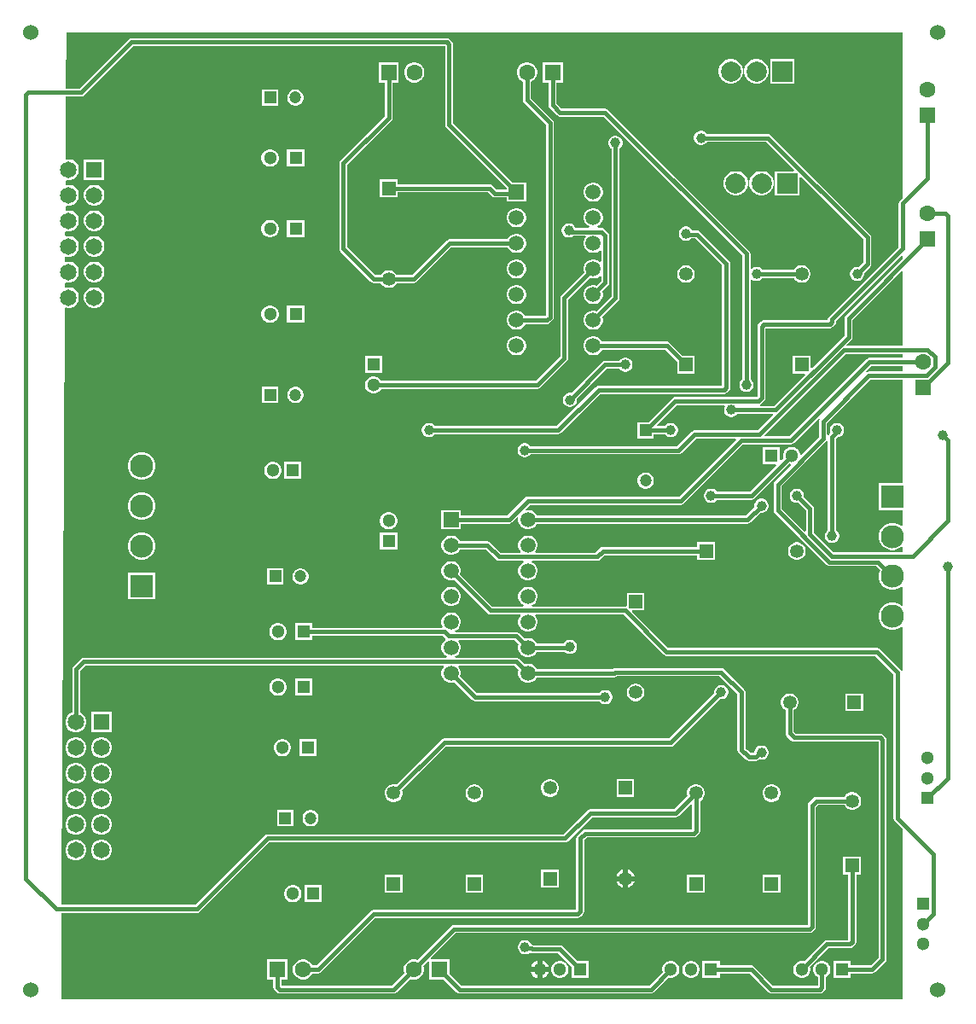
<source format=gbl>
G04*
G04 #@! TF.GenerationSoftware,Altium Limited,Altium Designer,22.9.1 (49)*
G04*
G04 Layer_Physical_Order=4*
G04 Layer_Color=16711680*
%FSLAX44Y44*%
%MOMM*%
G71*
G04*
G04 #@! TF.SameCoordinates,DBEF2CFB-25A5-4AA8-B732-6DF96BC3893C*
G04*
G04*
G04 #@! TF.FilePolarity,Positive*
G04*
G01*
G75*
%ADD18C,1.3000*%
%ADD19R,1.3000X1.3000*%
%ADD24C,1.2000*%
%ADD25R,1.2000X1.2000*%
%ADD34C,2.0000*%
%ADD35R,2.0000X2.0000*%
%ADD36R,1.2000X1.2000*%
%ADD39R,1.3000X1.3000*%
%ADD42C,0.3810*%
%ADD43C,1.5240*%
%ADD44R,1.6000X1.6000*%
%ADD45C,1.6000*%
%ADD46C,1.5000*%
%ADD47R,1.5000X1.5000*%
%ADD48C,1.6500*%
%ADD49R,1.6500X1.6500*%
%ADD50R,1.3500X1.3500*%
%ADD51C,1.3500*%
%ADD52R,2.3000X2.3000*%
%ADD53C,2.3000*%
%ADD54R,1.3500X1.3500*%
%ADD55R,1.6000X1.6000*%
%ADD56C,1.0000*%
G36*
X890000Y810677D02*
X887162Y807838D01*
X886291Y806536D01*
X885986Y805000D01*
Y761663D01*
X817162Y692838D01*
X816291Y691536D01*
X815986Y690000D01*
Y689014D01*
X752232D01*
X750696Y688709D01*
X749393Y687838D01*
X747162Y685607D01*
X746291Y684304D01*
X745986Y682768D01*
Y613895D01*
X745042Y612951D01*
X663937D01*
X662401Y612646D01*
X661099Y611775D01*
X637355Y588032D01*
X626968D01*
Y571968D01*
X643032D01*
Y575986D01*
X654198D01*
X654373Y575682D01*
X655682Y574373D01*
X657286Y573447D01*
X659074Y572968D01*
X660926D01*
X662714Y573447D01*
X664318Y574373D01*
X665627Y575682D01*
X666553Y577286D01*
X667032Y579074D01*
Y580926D01*
X666553Y582714D01*
X665627Y584318D01*
X664318Y585627D01*
X662714Y586553D01*
X660926Y587032D01*
X659074D01*
X657286Y586553D01*
X655682Y585627D01*
X654373Y584318D01*
X654198Y584014D01*
X646350D01*
X645864Y585187D01*
X665600Y604923D01*
X713256D01*
X713989Y603653D01*
X713447Y602714D01*
X712968Y600926D01*
Y599074D01*
X713447Y597286D01*
X714373Y595682D01*
X715682Y594373D01*
X717286Y593447D01*
X719074Y592968D01*
X720926D01*
X722714Y593447D01*
X724318Y594373D01*
X725627Y595682D01*
X725802Y595986D01*
X760979D01*
X761465Y594813D01*
X746509Y579856D01*
X683481D01*
X681945Y579551D01*
X680642Y578680D01*
X665976Y564014D01*
X520802D01*
X520627Y564318D01*
X519318Y565627D01*
X517714Y566553D01*
X515926Y567032D01*
X514074D01*
X512286Y566553D01*
X510682Y565627D01*
X509373Y564318D01*
X508447Y562714D01*
X507968Y560926D01*
Y559074D01*
X508447Y557286D01*
X509373Y555682D01*
X510682Y554373D01*
X512286Y553447D01*
X514074Y552968D01*
X515926D01*
X517714Y553447D01*
X519318Y554373D01*
X520627Y555682D01*
X520802Y555986D01*
X667639D01*
X669175Y556291D01*
X670477Y557162D01*
X685144Y571828D01*
X724492D01*
X724978Y570654D01*
X668337Y514014D01*
X518148D01*
X516611Y513709D01*
X515309Y512838D01*
X497685Y495214D01*
X451432D01*
Y500732D01*
X432368D01*
Y481668D01*
X451432D01*
Y487186D01*
X499347D01*
X500884Y487491D01*
X502186Y488362D01*
X507610Y493785D01*
X508748Y493128D01*
X508568Y492455D01*
Y489945D01*
X509218Y487521D01*
X510472Y485347D01*
X512247Y483573D01*
X514421Y482318D01*
X516845Y481668D01*
X519355D01*
X521779Y482318D01*
X523953Y483573D01*
X525728Y485347D01*
X526789Y487186D01*
X736200D01*
X737736Y487491D01*
X739038Y488362D01*
X748736Y498059D01*
X749074Y497968D01*
X750926D01*
X752714Y498447D01*
X754318Y499373D01*
X755627Y500682D01*
X756553Y502286D01*
X757032Y504074D01*
Y505926D01*
X756553Y507714D01*
X755627Y509318D01*
X754318Y510627D01*
X752714Y511553D01*
X750926Y512032D01*
X749074D01*
X747286Y511553D01*
X745682Y510627D01*
X744373Y509318D01*
X743447Y507714D01*
X742968Y505926D01*
Y504074D01*
X743059Y503736D01*
X734537Y495214D01*
X526789D01*
X525728Y497053D01*
X523953Y498828D01*
X521779Y500082D01*
X519355Y500732D01*
X516845D01*
X516172Y500552D01*
X515515Y501690D01*
X519810Y505986D01*
X670000D01*
X671536Y506291D01*
X672838Y507162D01*
X731663Y565986D01*
X779501D01*
X781037Y566291D01*
X782339Y567162D01*
X806656Y591478D01*
X807642Y590668D01*
X807354Y590238D01*
X807049Y588702D01*
Y572966D01*
X789705Y555622D01*
X789101Y555872D01*
X788506Y556219D01*
X787951Y558293D01*
X786827Y560239D01*
X785239Y561827D01*
X783293Y562951D01*
X781123Y563532D01*
X778877D01*
X776707Y562951D01*
X774761Y561827D01*
X773173Y560239D01*
X772049Y558293D01*
X771468Y556123D01*
Y553877D01*
X771834Y552511D01*
X769705Y550382D01*
X768532Y550868D01*
Y563532D01*
X751468D01*
Y546468D01*
X764132D01*
X764618Y545295D01*
X738337Y519014D01*
X705802D01*
X705627Y519318D01*
X704318Y520627D01*
X702714Y521553D01*
X700926Y522032D01*
X699074D01*
X697286Y521553D01*
X695682Y520627D01*
X694373Y519318D01*
X693447Y517714D01*
X692968Y515926D01*
Y514074D01*
X693447Y512286D01*
X694373Y510682D01*
X695682Y509373D01*
X697286Y508447D01*
X699074Y507968D01*
X700926D01*
X702714Y508447D01*
X704318Y509373D01*
X705627Y510682D01*
X705802Y510986D01*
X740000D01*
X741536Y511291D01*
X742838Y512162D01*
X777511Y546834D01*
X778781Y546494D01*
X779128Y545898D01*
X779378Y545295D01*
X763225Y529141D01*
X762354Y527839D01*
X762049Y526303D01*
Y500675D01*
X762354Y499139D01*
X763225Y497837D01*
X814742Y446320D01*
X816044Y445449D01*
X817580Y445144D01*
X864179D01*
X868016Y441307D01*
X867390Y440223D01*
X866468Y436782D01*
Y433218D01*
X867390Y429777D01*
X869172Y426691D01*
X871691Y424172D01*
X874777Y422390D01*
X878219Y421468D01*
X881781D01*
X885223Y422390D01*
X888309Y424172D01*
X888827Y424689D01*
X890000Y424203D01*
Y406172D01*
X888827Y405686D01*
X888309Y406204D01*
X885223Y407986D01*
X881781Y408908D01*
X878219D01*
X874777Y407986D01*
X871691Y406204D01*
X869172Y403685D01*
X867390Y400599D01*
X866468Y397158D01*
Y393595D01*
X867390Y390153D01*
X869172Y387067D01*
X871691Y384548D01*
X874777Y382766D01*
X878219Y381844D01*
X881781D01*
X885223Y382766D01*
X888309Y384548D01*
X888827Y385065D01*
X890000Y384580D01*
Y341554D01*
X888730Y341428D01*
X888709Y341536D01*
X887838Y342838D01*
X867838Y362838D01*
X866536Y363709D01*
X865000Y364014D01*
X657595D01*
X621564Y400045D01*
X622050Y401218D01*
X633782D01*
Y418782D01*
X616218D01*
Y405789D01*
X615236Y404983D01*
X614895Y405051D01*
X522472D01*
X522132Y406321D01*
X523953Y407373D01*
X525728Y409147D01*
X526982Y411321D01*
X527632Y413745D01*
Y416255D01*
X526982Y418679D01*
X525728Y420853D01*
X523953Y422627D01*
X521779Y423882D01*
X519355Y424532D01*
X516845D01*
X514421Y423882D01*
X512247Y422627D01*
X510472Y420853D01*
X509218Y418679D01*
X508568Y416255D01*
Y413745D01*
X509218Y411321D01*
X510472Y409147D01*
X512247Y407373D01*
X514068Y406321D01*
X513728Y405051D01*
X482926D01*
X450882Y437094D01*
X451432Y439145D01*
Y441655D01*
X450782Y444079D01*
X449528Y446253D01*
X447753Y448027D01*
X445579Y449282D01*
X443155Y449932D01*
X440645D01*
X438221Y449282D01*
X436047Y448027D01*
X434272Y446253D01*
X433018Y444079D01*
X432368Y441655D01*
Y439145D01*
X433018Y436721D01*
X434272Y434547D01*
X436047Y432772D01*
X438221Y431518D01*
X440645Y430868D01*
X443155D01*
X445206Y431418D01*
X478425Y398199D01*
X479727Y397328D01*
X481263Y397023D01*
X510383D01*
X510869Y395850D01*
X510472Y395453D01*
X509218Y393279D01*
X508568Y390855D01*
Y388345D01*
X509218Y385921D01*
X510472Y383747D01*
X512247Y381973D01*
X514421Y380718D01*
X516845Y380068D01*
X519355D01*
X521779Y380718D01*
X523953Y381973D01*
X525728Y383747D01*
X526982Y385921D01*
X527632Y388345D01*
Y390855D01*
X526982Y393279D01*
X525728Y395453D01*
X525331Y395850D01*
X525817Y397023D01*
X613232D01*
X653094Y357162D01*
X654396Y356291D01*
X655932Y355986D01*
X863337D01*
X880986Y338337D01*
Y195000D01*
X881291Y193464D01*
X882162Y192162D01*
X890000Y184323D01*
Y15000D01*
X55900D01*
X55005Y15900D01*
X55448Y100986D01*
X190000D01*
X191536Y101291D01*
X192838Y102162D01*
X261663Y170986D01*
X555000D01*
X556536Y171291D01*
X557838Y172162D01*
X581663Y195986D01*
X665000D01*
X666536Y196291D01*
X667838Y197162D01*
X679812Y209136D01*
X680986Y208650D01*
Y184014D01*
X575000D01*
X573464Y183709D01*
X572162Y182838D01*
X567162Y177838D01*
X566291Y176536D01*
X565986Y175000D01*
Y104014D01*
X365000D01*
X363464Y103709D01*
X362162Y102838D01*
X308337Y49014D01*
X304266D01*
X303028Y51160D01*
X301160Y53028D01*
X298872Y54348D01*
X296321Y55032D01*
X293679D01*
X291128Y54348D01*
X288840Y53028D01*
X286972Y51160D01*
X285652Y48872D01*
X284968Y46321D01*
Y43679D01*
X285652Y41128D01*
X286972Y38840D01*
X288840Y36972D01*
X291128Y35652D01*
X293679Y34968D01*
X296321D01*
X298872Y35652D01*
X301160Y36972D01*
X303028Y38840D01*
X304266Y40986D01*
X310000D01*
X311536Y41291D01*
X312838Y42162D01*
X366663Y95986D01*
X567768D01*
X569304Y96291D01*
X570607Y97162D01*
X572838Y99393D01*
X573709Y100696D01*
X574014Y102232D01*
Y173337D01*
X576663Y175986D01*
X682768D01*
X684304Y176291D01*
X685607Y177162D01*
X687838Y179393D01*
X688709Y180696D01*
X689014Y182232D01*
Y212177D01*
X690392Y212973D01*
X692027Y214608D01*
X693184Y216610D01*
X693782Y218844D01*
Y221156D01*
X693184Y223390D01*
X692027Y225392D01*
X690392Y227027D01*
X688390Y228183D01*
X686156Y228782D01*
X683844D01*
X681610Y228183D01*
X679608Y227027D01*
X677973Y225392D01*
X676816Y223390D01*
X676218Y221156D01*
Y218844D01*
X676630Y217307D01*
X663337Y204014D01*
X580000D01*
X578464Y203709D01*
X577162Y202838D01*
X553337Y179014D01*
X260000D01*
X258464Y178709D01*
X257162Y177838D01*
X188337Y109014D01*
X56390D01*
X55494Y109915D01*
X58572Y700813D01*
X59581Y701584D01*
X60946Y701218D01*
X63654D01*
X66269Y701919D01*
X68613Y703272D01*
X70528Y705187D01*
X71881Y707531D01*
X72582Y710146D01*
Y712854D01*
X71881Y715469D01*
X70528Y717813D01*
X68613Y719728D01*
X66269Y721081D01*
X63654Y721782D01*
X60946D01*
X59812Y721478D01*
X58685Y722491D01*
X58703Y725904D01*
X59854Y726911D01*
X60946Y726618D01*
X63654D01*
X66269Y727319D01*
X68613Y728672D01*
X70528Y730587D01*
X71881Y732931D01*
X72582Y735546D01*
Y738254D01*
X71881Y740869D01*
X70528Y743213D01*
X68613Y745128D01*
X66269Y746481D01*
X63654Y747182D01*
X60946D01*
X59822Y746881D01*
X58816Y747656D01*
X58836Y751542D01*
X59846Y752313D01*
X60946Y752018D01*
X63654D01*
X66269Y752719D01*
X68613Y754072D01*
X70528Y755987D01*
X71881Y758331D01*
X72582Y760946D01*
Y763654D01*
X71881Y766269D01*
X70528Y768613D01*
X68613Y770528D01*
X66269Y771881D01*
X63654Y772582D01*
X60946D01*
X60116Y772359D01*
X58950Y773362D01*
X58968Y776907D01*
X59978Y777678D01*
X60946Y777418D01*
X63654D01*
X66269Y778119D01*
X68613Y779472D01*
X70528Y781387D01*
X71881Y783731D01*
X72582Y786346D01*
Y789054D01*
X71881Y791669D01*
X70528Y794013D01*
X68613Y795928D01*
X66269Y797281D01*
X63654Y797982D01*
X60946D01*
X60086Y797752D01*
X59081Y798527D01*
X59100Y802272D01*
X60110Y803042D01*
X60946Y802818D01*
X63654D01*
X66269Y803519D01*
X68613Y804872D01*
X70528Y806787D01*
X71881Y809131D01*
X72582Y811746D01*
Y814454D01*
X71881Y817069D01*
X70528Y819413D01*
X68613Y821328D01*
X66269Y822681D01*
X63654Y823382D01*
X60946D01*
X60219Y823187D01*
X59213Y823963D01*
X59233Y827636D01*
X60242Y828407D01*
X60946Y828218D01*
X63654D01*
X66269Y828919D01*
X68613Y830272D01*
X70528Y832187D01*
X71881Y834531D01*
X72582Y837146D01*
Y839854D01*
X71881Y842469D01*
X70528Y844813D01*
X68613Y846728D01*
X66269Y848081D01*
X63654Y848782D01*
X60946D01*
X60573Y848682D01*
X59347Y849668D01*
X59623Y902515D01*
X59667Y910986D01*
X75000D01*
X76536Y911291D01*
X77838Y912162D01*
X126663Y960986D01*
X435986D01*
Y883100D01*
X436291Y881564D01*
X437162Y880262D01*
X497139Y820284D01*
X496815Y819014D01*
X486663D01*
X482838Y822838D01*
X481536Y823709D01*
X480000Y824014D01*
X388782D01*
Y828782D01*
X371218D01*
Y811218D01*
X388782D01*
Y815986D01*
X478337D01*
X482162Y812162D01*
X483464Y811291D01*
X485000Y810986D01*
X497368D01*
Y806668D01*
X516432D01*
Y825732D01*
X503045D01*
X444014Y884763D01*
Y962768D01*
X443709Y964304D01*
X442838Y965607D01*
X440607Y967838D01*
X439304Y968709D01*
X437768Y969014D01*
X125000D01*
X123464Y968709D01*
X122162Y967838D01*
X73337Y919014D01*
X60609D01*
X59713Y919914D01*
X60000Y975000D01*
X890000D01*
Y810677D01*
D02*
G37*
G36*
Y737264D02*
Y663651D01*
X835055D01*
X834569Y664825D01*
X839325Y669580D01*
X840195Y670882D01*
X840500Y672419D01*
Y689424D01*
X888827Y737750D01*
X890000Y737264D01*
D02*
G37*
G36*
Y752664D02*
Y750277D01*
X833648Y693925D01*
X832778Y692623D01*
X832472Y691086D01*
Y674081D01*
X799955Y641564D01*
X798782Y642050D01*
Y653782D01*
X781218D01*
Y636218D01*
X792950D01*
X793436Y635045D01*
X762405Y604014D01*
X749045D01*
X748312Y605191D01*
X748325Y605284D01*
X749544Y606099D01*
X752838Y609393D01*
X753709Y610696D01*
X754014Y612232D01*
Y680986D01*
X817768D01*
X819304Y681291D01*
X820607Y682162D01*
X822838Y684393D01*
X823709Y685696D01*
X824014Y687232D01*
Y688337D01*
X888827Y753150D01*
X890000Y752664D01*
D02*
G37*
G36*
Y638251D02*
X856598D01*
X855062Y637946D01*
X854632Y637658D01*
X853822Y638644D01*
X858863Y643686D01*
X890000D01*
Y638251D01*
D02*
G37*
G36*
Y651714D02*
X857201D01*
X855665Y651409D01*
X854362Y650538D01*
X777838Y574014D01*
X753680D01*
X753194Y575187D01*
X833629Y655623D01*
X890000D01*
Y651714D01*
D02*
G37*
G36*
Y527780D02*
X866468D01*
Y500716D01*
X890000D01*
Y485420D01*
X888827Y484935D01*
X888309Y485452D01*
X885223Y487234D01*
X881781Y488156D01*
X878219D01*
X874777Y487234D01*
X871691Y485452D01*
X869172Y482933D01*
X867390Y479847D01*
X866468Y476405D01*
Y472842D01*
X867390Y469401D01*
X869172Y466315D01*
X871691Y463796D01*
X874777Y462014D01*
X878219Y461092D01*
X881781D01*
X885223Y462014D01*
X888309Y463796D01*
X888827Y464314D01*
X890000Y463828D01*
Y459014D01*
X821663D01*
X802106Y478571D01*
Y501908D01*
X801801Y503444D01*
X800931Y504746D01*
X791941Y513736D01*
X792032Y514074D01*
Y515926D01*
X791553Y517714D01*
X790627Y519318D01*
X789318Y520627D01*
X787714Y521553D01*
X785926Y522032D01*
X784074D01*
X782286Y521553D01*
X780682Y520627D01*
X779373Y519318D01*
X778447Y517714D01*
X777968Y515926D01*
Y514074D01*
X778447Y512286D01*
X779373Y510682D01*
X780682Y509373D01*
X782286Y508447D01*
X784074Y507968D01*
X785926D01*
X786264Y508059D01*
X794078Y500245D01*
Y479996D01*
X792905Y479510D01*
X770077Y502338D01*
Y524640D01*
X813901Y568465D01*
X814716Y569683D01*
X814809Y569696D01*
X815986Y568963D01*
Y480802D01*
X815682Y480627D01*
X814373Y479318D01*
X813447Y477714D01*
X812968Y475926D01*
Y474074D01*
X813447Y472286D01*
X814373Y470682D01*
X815682Y469373D01*
X817286Y468447D01*
X819074Y467968D01*
X820926D01*
X822714Y468447D01*
X824318Y469373D01*
X825627Y470682D01*
X826553Y472286D01*
X827032Y474074D01*
Y475926D01*
X826553Y477714D01*
X825627Y479318D01*
X824318Y480627D01*
X824014Y480802D01*
Y571662D01*
X825320Y572968D01*
X825926D01*
X827714Y573447D01*
X829318Y574373D01*
X830627Y575682D01*
X831553Y577286D01*
X832032Y579074D01*
Y580926D01*
X831553Y582714D01*
X830627Y584318D01*
X829318Y585627D01*
X827714Y586553D01*
X825926Y587032D01*
X824074D01*
X822286Y586553D01*
X820682Y585627D01*
X819373Y584318D01*
X818447Y582714D01*
X817968Y580926D01*
Y579074D01*
X818413Y577415D01*
X817162Y576163D01*
X816347Y574944D01*
X816254Y574932D01*
X815077Y575665D01*
Y587039D01*
X858261Y630223D01*
X890000D01*
Y527780D01*
D02*
G37*
%LPC*%
G36*
X406721Y945032D02*
X404079D01*
X401528Y944348D01*
X399240Y943028D01*
X397372Y941160D01*
X396052Y938872D01*
X395368Y936321D01*
Y933679D01*
X396052Y931128D01*
X397372Y928840D01*
X399240Y926972D01*
X401528Y925652D01*
X404079Y924968D01*
X406721D01*
X409272Y925652D01*
X411560Y926972D01*
X413428Y928840D01*
X414748Y931128D01*
X415432Y933679D01*
Y936321D01*
X414748Y938872D01*
X413428Y941160D01*
X411560Y943028D01*
X409272Y944348D01*
X406721Y945032D01*
D02*
G37*
G36*
X782532Y948107D02*
X758468D01*
Y924043D01*
X782532D01*
Y948107D01*
D02*
G37*
G36*
X746584D02*
X743416D01*
X740356Y947287D01*
X737612Y945703D01*
X735372Y943463D01*
X733788Y940719D01*
X732968Y937659D01*
Y934491D01*
X733788Y931431D01*
X735372Y928687D01*
X737612Y926447D01*
X740356Y924863D01*
X743416Y924043D01*
X746584D01*
X749644Y924863D01*
X752388Y926447D01*
X754628Y928687D01*
X756212Y931431D01*
X757032Y934491D01*
Y937659D01*
X756212Y940719D01*
X754628Y943463D01*
X752388Y945703D01*
X749644Y947287D01*
X746584Y948107D01*
D02*
G37*
G36*
X721084D02*
X717916D01*
X714856Y947287D01*
X712112Y945703D01*
X709872Y943463D01*
X708288Y940719D01*
X707468Y937659D01*
Y934491D01*
X708288Y931431D01*
X709872Y928687D01*
X712112Y926447D01*
X714856Y924863D01*
X717916Y924043D01*
X721084D01*
X724144Y924863D01*
X726888Y926447D01*
X729128Y928687D01*
X730712Y931431D01*
X731532Y934491D01*
Y937659D01*
X730712Y940719D01*
X729128Y943463D01*
X726888Y945703D01*
X724144Y947287D01*
X721084Y948107D01*
D02*
G37*
G36*
X288557Y918032D02*
X286443D01*
X284400Y917485D01*
X282568Y916427D01*
X281073Y914932D01*
X280015Y913100D01*
X279468Y911057D01*
Y908943D01*
X280015Y906900D01*
X281073Y905068D01*
X282568Y903573D01*
X284400Y902515D01*
X286443Y901968D01*
X288557D01*
X290600Y902515D01*
X292432Y903573D01*
X293927Y905068D01*
X294985Y906900D01*
X295532Y908943D01*
Y911057D01*
X294985Y913100D01*
X293927Y914932D01*
X292432Y916427D01*
X290600Y917485D01*
X288557Y918032D01*
D02*
G37*
G36*
X270532D02*
X254468D01*
Y901968D01*
X270532D01*
Y918032D01*
D02*
G37*
G36*
X296232Y858532D02*
X279168D01*
Y841468D01*
X296232D01*
Y858532D01*
D02*
G37*
G36*
X263423D02*
X261177D01*
X259007Y857951D01*
X257061Y856827D01*
X255473Y855239D01*
X254349Y853293D01*
X253768Y851123D01*
Y848877D01*
X254349Y846707D01*
X255473Y844761D01*
X257061Y843173D01*
X259007Y842049D01*
X261177Y841468D01*
X263423D01*
X265593Y842049D01*
X267539Y843173D01*
X269127Y844761D01*
X270251Y846707D01*
X270832Y848877D01*
Y851123D01*
X270251Y853293D01*
X269127Y855239D01*
X267539Y856827D01*
X265593Y857951D01*
X263423Y858532D01*
D02*
G37*
G36*
X97982Y848782D02*
X77418D01*
Y828218D01*
X97982D01*
Y848782D01*
D02*
G37*
G36*
X751584Y837032D02*
X748416D01*
X745356Y836212D01*
X742612Y834628D01*
X740372Y832388D01*
X738788Y829644D01*
X737968Y826584D01*
Y823416D01*
X738788Y820356D01*
X740372Y817612D01*
X742612Y815372D01*
X745356Y813788D01*
X748416Y812968D01*
X751584D01*
X754644Y813788D01*
X757388Y815372D01*
X759628Y817612D01*
X761212Y820356D01*
X762032Y823416D01*
Y826584D01*
X761212Y829644D01*
X759628Y832388D01*
X757388Y834628D01*
X754644Y836212D01*
X751584Y837032D01*
D02*
G37*
G36*
X726084D02*
X722916D01*
X719856Y836212D01*
X717112Y834628D01*
X714872Y832388D01*
X713288Y829644D01*
X712468Y826584D01*
Y823416D01*
X713288Y820356D01*
X714872Y817612D01*
X717112Y815372D01*
X719856Y813788D01*
X722916Y812968D01*
X726084D01*
X729144Y813788D01*
X731888Y815372D01*
X734128Y817612D01*
X735712Y820356D01*
X736532Y823416D01*
Y826584D01*
X735712Y829644D01*
X734128Y832388D01*
X731888Y834628D01*
X729144Y836212D01*
X726084Y837032D01*
D02*
G37*
G36*
X584355Y825732D02*
X581845D01*
X579421Y825082D01*
X577247Y823828D01*
X575472Y822053D01*
X574218Y819879D01*
X573568Y817455D01*
Y814945D01*
X574218Y812521D01*
X575472Y810347D01*
X577247Y808572D01*
X579421Y807318D01*
X581845Y806668D01*
X584355D01*
X586779Y807318D01*
X588953Y808572D01*
X590728Y810347D01*
X591982Y812521D01*
X592632Y814945D01*
Y817455D01*
X591982Y819879D01*
X590728Y822053D01*
X588953Y823828D01*
X586779Y825082D01*
X584355Y825732D01*
D02*
G37*
G36*
X89054Y823382D02*
X86346D01*
X83731Y822681D01*
X81387Y821328D01*
X79472Y819413D01*
X78119Y817069D01*
X77418Y814454D01*
Y811746D01*
X78119Y809131D01*
X79472Y806787D01*
X81387Y804872D01*
X83731Y803519D01*
X86346Y802818D01*
X89054D01*
X91669Y803519D01*
X94013Y804872D01*
X95928Y806787D01*
X97281Y809131D01*
X97982Y811746D01*
Y814454D01*
X97281Y817069D01*
X95928Y819413D01*
X94013Y821328D01*
X91669Y822681D01*
X89054Y823382D01*
D02*
G37*
G36*
X508155Y800332D02*
X505645D01*
X503221Y799682D01*
X501047Y798428D01*
X499272Y796653D01*
X498018Y794479D01*
X497368Y792055D01*
Y789545D01*
X498018Y787121D01*
X499272Y784947D01*
X501047Y783173D01*
X503221Y781918D01*
X505645Y781268D01*
X508155D01*
X510579Y781918D01*
X512753Y783173D01*
X514528Y784947D01*
X515782Y787121D01*
X516432Y789545D01*
Y792055D01*
X515782Y794479D01*
X514528Y796653D01*
X512753Y798428D01*
X510579Y799682D01*
X508155Y800332D01*
D02*
G37*
G36*
X584355D02*
X581845D01*
X579421Y799682D01*
X577247Y798428D01*
X575472Y796653D01*
X574218Y794479D01*
X573568Y792055D01*
Y789545D01*
X574218Y787121D01*
X575472Y784947D01*
X577247Y783173D01*
X579068Y782121D01*
X578728Y780851D01*
X565240D01*
X564335Y782418D01*
X563026Y783727D01*
X561422Y784653D01*
X559634Y785132D01*
X557782D01*
X555994Y784653D01*
X554390Y783727D01*
X553081Y782418D01*
X552155Y780814D01*
X551676Y779026D01*
Y777174D01*
X552155Y775386D01*
X553081Y773782D01*
X554390Y772473D01*
X555994Y771547D01*
X557782Y771068D01*
X559634D01*
X561422Y771547D01*
X563026Y772473D01*
X563420Y772868D01*
X563645Y772823D01*
X575383D01*
X575869Y771649D01*
X575472Y771253D01*
X574218Y769079D01*
X573568Y766655D01*
Y764145D01*
X574218Y761721D01*
X575472Y759547D01*
X577247Y757773D01*
X579421Y756518D01*
X581845Y755868D01*
X584355D01*
X586779Y756518D01*
X588953Y757773D01*
X589716Y758536D01*
X590986Y758009D01*
Y747391D01*
X589716Y746864D01*
X588953Y747627D01*
X586779Y748882D01*
X584355Y749532D01*
X581845D01*
X579421Y748882D01*
X577247Y747627D01*
X575472Y745853D01*
X574218Y743679D01*
X573568Y741255D01*
Y738745D01*
X574118Y736694D01*
X551525Y714102D01*
X550655Y712800D01*
X550349Y711264D01*
Y653258D01*
X526105Y629014D01*
X372534D01*
X371827Y630239D01*
X370239Y631827D01*
X368293Y632951D01*
X366123Y633532D01*
X363877D01*
X361707Y632951D01*
X359761Y631827D01*
X358173Y630239D01*
X357049Y628293D01*
X356468Y626123D01*
Y623877D01*
X357049Y621707D01*
X358173Y619761D01*
X359761Y618173D01*
X361707Y617049D01*
X363877Y616468D01*
X366123D01*
X368293Y617049D01*
X370239Y618173D01*
X371827Y619761D01*
X372534Y620986D01*
X527768D01*
X529304Y621291D01*
X530607Y622162D01*
X557202Y648757D01*
X558072Y650059D01*
X558378Y651595D01*
Y709601D01*
X579794Y731018D01*
X581845Y730468D01*
X584355D01*
X586779Y731118D01*
X588953Y732373D01*
X589716Y733136D01*
X590986Y732609D01*
Y728163D01*
X586406Y723583D01*
X584355Y724132D01*
X581845D01*
X579421Y723482D01*
X577247Y722227D01*
X575472Y720453D01*
X574218Y718279D01*
X573568Y715855D01*
Y713345D01*
X574218Y710921D01*
X575472Y708747D01*
X577247Y706973D01*
X579421Y705718D01*
X581845Y705068D01*
X584355D01*
X586779Y705718D01*
X588953Y706973D01*
X590728Y708747D01*
X591982Y710921D01*
X592632Y713345D01*
Y715855D01*
X592082Y717906D01*
X597838Y723662D01*
X598709Y724964D01*
X599014Y726500D01*
Y772768D01*
X598709Y774304D01*
X597838Y775607D01*
X593770Y779675D01*
X592467Y780546D01*
X590931Y780851D01*
X587472D01*
X587132Y782121D01*
X588953Y783173D01*
X590728Y784947D01*
X591982Y787121D01*
X592632Y789545D01*
Y792055D01*
X591982Y794479D01*
X590728Y796653D01*
X588953Y798428D01*
X586779Y799682D01*
X584355Y800332D01*
D02*
G37*
G36*
X89054Y797982D02*
X86346D01*
X83731Y797281D01*
X81387Y795928D01*
X79472Y794013D01*
X78119Y791669D01*
X77418Y789054D01*
Y786346D01*
X78119Y783731D01*
X79472Y781387D01*
X81387Y779472D01*
X83731Y778119D01*
X86346Y777418D01*
X89054D01*
X91669Y778119D01*
X94013Y779472D01*
X95928Y781387D01*
X97281Y783731D01*
X97982Y786346D01*
Y789054D01*
X97281Y791669D01*
X95928Y794013D01*
X94013Y795928D01*
X91669Y797281D01*
X89054Y797982D01*
D02*
G37*
G36*
X296232Y788532D02*
X279168D01*
Y771468D01*
X296232D01*
Y788532D01*
D02*
G37*
G36*
X263423D02*
X261177D01*
X259007Y787951D01*
X257061Y786827D01*
X255473Y785239D01*
X254349Y783293D01*
X253768Y781123D01*
Y778877D01*
X254349Y776707D01*
X255473Y774761D01*
X257061Y773173D01*
X259007Y772049D01*
X261177Y771468D01*
X263423D01*
X265593Y772049D01*
X267539Y773173D01*
X269127Y774761D01*
X270251Y776707D01*
X270832Y778877D01*
Y781123D01*
X270251Y783293D01*
X269127Y785239D01*
X267539Y786827D01*
X265593Y787951D01*
X263423Y788532D01*
D02*
G37*
G36*
X390032Y945032D02*
X369968D01*
Y924968D01*
X375986D01*
Y891663D01*
X332162Y847838D01*
X331291Y846536D01*
X330986Y845000D01*
Y760000D01*
X331291Y758464D01*
X332162Y757162D01*
X362162Y727162D01*
X363464Y726291D01*
X365000Y725986D01*
X372177D01*
X372973Y724608D01*
X374608Y722973D01*
X376610Y721816D01*
X378844Y721218D01*
X381156D01*
X383390Y721816D01*
X385392Y722973D01*
X387027Y724608D01*
X387823Y725986D01*
X405000D01*
X406536Y726291D01*
X407838Y727162D01*
X442063Y761386D01*
X498211D01*
X499272Y759547D01*
X501047Y757773D01*
X503221Y756518D01*
X505645Y755868D01*
X508155D01*
X510579Y756518D01*
X512753Y757773D01*
X514528Y759547D01*
X515782Y761721D01*
X516432Y764145D01*
Y766655D01*
X515782Y769079D01*
X514528Y771253D01*
X512753Y773027D01*
X510579Y774282D01*
X508155Y774932D01*
X505645D01*
X503221Y774282D01*
X501047Y773027D01*
X499272Y771253D01*
X498211Y769414D01*
X440400D01*
X438864Y769109D01*
X437562Y768238D01*
X403337Y734014D01*
X387823D01*
X387027Y735392D01*
X385392Y737027D01*
X383390Y738184D01*
X381156Y738782D01*
X378844D01*
X376610Y738184D01*
X374608Y737027D01*
X372973Y735392D01*
X372177Y734014D01*
X366663D01*
X339014Y761663D01*
Y843337D01*
X382838Y887162D01*
X383709Y888464D01*
X384014Y890000D01*
Y924968D01*
X390032D01*
Y945032D01*
D02*
G37*
G36*
X89054Y772582D02*
X86346D01*
X83731Y771881D01*
X81387Y770528D01*
X79472Y768613D01*
X78119Y766269D01*
X77418Y763654D01*
Y760946D01*
X78119Y758331D01*
X79472Y755987D01*
X81387Y754072D01*
X83731Y752719D01*
X86346Y752018D01*
X89054D01*
X91669Y752719D01*
X94013Y754072D01*
X95928Y755987D01*
X97281Y758331D01*
X97982Y760946D01*
Y763654D01*
X97281Y766269D01*
X95928Y768613D01*
X94013Y770528D01*
X91669Y771881D01*
X89054Y772582D01*
D02*
G37*
G36*
X690926Y877032D02*
X689074D01*
X687286Y876553D01*
X685682Y875627D01*
X684373Y874318D01*
X683447Y872714D01*
X682968Y870926D01*
Y869074D01*
X683447Y867286D01*
X684373Y865682D01*
X685682Y864373D01*
X687286Y863447D01*
X689074Y862968D01*
X690926D01*
X692714Y863447D01*
X694318Y864373D01*
X695627Y865682D01*
X695802Y865986D01*
X754405D01*
X782186Y838205D01*
X781700Y837032D01*
X763468D01*
Y812968D01*
X787532D01*
Y831200D01*
X788705Y831686D01*
X850986Y769405D01*
Y746663D01*
X846264Y741941D01*
X845926Y742032D01*
X844074D01*
X842286Y741553D01*
X840682Y740627D01*
X839373Y739318D01*
X838447Y737714D01*
X837968Y735926D01*
Y734074D01*
X838447Y732286D01*
X839373Y730682D01*
X840682Y729373D01*
X842286Y728447D01*
X844074Y727968D01*
X845926D01*
X847714Y728447D01*
X849318Y729373D01*
X850627Y730682D01*
X851553Y732286D01*
X852032Y734074D01*
Y735926D01*
X851941Y736264D01*
X857838Y742162D01*
X858709Y743464D01*
X859014Y745000D01*
Y771068D01*
X858709Y772604D01*
X857838Y773906D01*
X758906Y872838D01*
X757604Y873709D01*
X756068Y874014D01*
X695802D01*
X695627Y874318D01*
X694318Y875627D01*
X692714Y876553D01*
X690926Y877032D01*
D02*
G37*
G36*
X508155Y749532D02*
X505645D01*
X503221Y748882D01*
X501047Y747627D01*
X499272Y745853D01*
X498018Y743679D01*
X497368Y741255D01*
Y738745D01*
X498018Y736321D01*
X499272Y734147D01*
X501047Y732373D01*
X503221Y731118D01*
X505645Y730468D01*
X508155D01*
X510579Y731118D01*
X512753Y732373D01*
X514528Y734147D01*
X515782Y736321D01*
X516432Y738745D01*
Y741255D01*
X515782Y743679D01*
X514528Y745853D01*
X512753Y747627D01*
X510579Y748882D01*
X508155Y749532D01*
D02*
G37*
G36*
X89054Y747182D02*
X86346D01*
X83731Y746481D01*
X81387Y745128D01*
X79472Y743213D01*
X78119Y740869D01*
X77418Y738254D01*
Y735546D01*
X78119Y732931D01*
X79472Y730587D01*
X81387Y728672D01*
X83731Y727319D01*
X86346Y726618D01*
X89054D01*
X91669Y727319D01*
X94013Y728672D01*
X95928Y730587D01*
X97281Y732931D01*
X97982Y735546D01*
Y738254D01*
X97281Y740869D01*
X95928Y743213D01*
X94013Y745128D01*
X91669Y746481D01*
X89054Y747182D01*
D02*
G37*
G36*
X552732Y945032D02*
X532668D01*
Y924968D01*
X538686D01*
Y902300D01*
X538991Y900764D01*
X539862Y899462D01*
X547162Y892162D01*
X548464Y891291D01*
X550000Y890986D01*
X593337D01*
X730986Y753337D01*
Y630802D01*
X730682Y630627D01*
X729373Y629318D01*
X728447Y627714D01*
X727968Y625926D01*
Y624074D01*
X728447Y622286D01*
X729373Y620682D01*
X730682Y619373D01*
X732286Y618447D01*
X734074Y617968D01*
X735926D01*
X737714Y618447D01*
X739318Y619373D01*
X740627Y620682D01*
X741553Y622286D01*
X742032Y624074D01*
Y625926D01*
X741553Y627714D01*
X740627Y629318D01*
X739318Y630627D01*
X739014Y630802D01*
Y729245D01*
X740284Y729771D01*
X740682Y729373D01*
X742286Y728447D01*
X744074Y727968D01*
X745926D01*
X747714Y728447D01*
X749318Y729373D01*
X750627Y730682D01*
X750802Y730986D01*
X782177D01*
X782973Y729608D01*
X784608Y727973D01*
X786610Y726816D01*
X788844Y726218D01*
X791156D01*
X793390Y726816D01*
X795392Y727973D01*
X797027Y729608D01*
X798184Y731610D01*
X798782Y733844D01*
Y736156D01*
X798184Y738390D01*
X797027Y740392D01*
X795392Y742027D01*
X793390Y743184D01*
X791156Y743782D01*
X788844D01*
X786610Y743184D01*
X784608Y742027D01*
X782973Y740392D01*
X782177Y739014D01*
X750802D01*
X750627Y739318D01*
X749318Y740627D01*
X747714Y741553D01*
X745926Y742032D01*
X744074D01*
X742286Y741553D01*
X740682Y740627D01*
X740284Y740229D01*
X739014Y740755D01*
Y755000D01*
X738709Y756536D01*
X737838Y757838D01*
X597839Y897838D01*
X596536Y898709D01*
X595000Y899014D01*
X551663D01*
X546714Y903963D01*
Y924968D01*
X552732D01*
Y945032D01*
D02*
G37*
G36*
X676156Y743782D02*
X673844D01*
X671610Y743184D01*
X669608Y742027D01*
X667973Y740392D01*
X666816Y738390D01*
X666218Y736156D01*
Y733844D01*
X666816Y731610D01*
X667973Y729608D01*
X669608Y727973D01*
X671610Y726816D01*
X673844Y726218D01*
X676156D01*
X678390Y726816D01*
X680392Y727973D01*
X682027Y729608D01*
X683184Y731610D01*
X683782Y733844D01*
Y736156D01*
X683184Y738390D01*
X682027Y740392D01*
X680392Y742027D01*
X678390Y743184D01*
X676156Y743782D01*
D02*
G37*
G36*
X508155Y724132D02*
X505645D01*
X503221Y723482D01*
X501047Y722227D01*
X499272Y720453D01*
X498018Y718279D01*
X497368Y715855D01*
Y713345D01*
X498018Y710921D01*
X499272Y708747D01*
X501047Y706973D01*
X503221Y705718D01*
X505645Y705068D01*
X508155D01*
X510579Y705718D01*
X512753Y706973D01*
X514528Y708747D01*
X515782Y710921D01*
X516432Y713345D01*
Y715855D01*
X515782Y718279D01*
X514528Y720453D01*
X512753Y722227D01*
X510579Y723482D01*
X508155Y724132D01*
D02*
G37*
G36*
X89054Y721782D02*
X86346D01*
X83731Y721081D01*
X81387Y719728D01*
X79472Y717813D01*
X78119Y715469D01*
X77418Y712854D01*
Y710146D01*
X78119Y707531D01*
X79472Y705187D01*
X81387Y703272D01*
X83731Y701919D01*
X86346Y701218D01*
X89054D01*
X91669Y701919D01*
X94013Y703272D01*
X95928Y705187D01*
X97281Y707531D01*
X97982Y710146D01*
Y712854D01*
X97281Y715469D01*
X95928Y717813D01*
X94013Y719728D01*
X91669Y721081D01*
X89054Y721782D01*
D02*
G37*
G36*
X605926Y872032D02*
X604074D01*
X602286Y871553D01*
X600682Y870627D01*
X599373Y869318D01*
X598447Y867714D01*
X597968Y865926D01*
Y864074D01*
X598447Y862286D01*
X599373Y860682D01*
X600682Y859373D01*
X600986Y859198D01*
Y712763D01*
X586406Y698183D01*
X584355Y698732D01*
X581845D01*
X579421Y698082D01*
X577247Y696827D01*
X575472Y695053D01*
X574218Y692879D01*
X573568Y690455D01*
Y687945D01*
X574218Y685521D01*
X575472Y683347D01*
X577247Y681572D01*
X579421Y680318D01*
X581845Y679668D01*
X584355D01*
X586779Y680318D01*
X588953Y681572D01*
X590728Y683347D01*
X591982Y685521D01*
X592632Y687945D01*
Y690455D01*
X592082Y692506D01*
X607838Y708262D01*
X608709Y709564D01*
X609014Y711100D01*
Y859198D01*
X609318Y859373D01*
X610627Y860682D01*
X611553Y862286D01*
X612032Y864074D01*
Y865926D01*
X611553Y867714D01*
X610627Y869318D01*
X609318Y870627D01*
X607714Y871553D01*
X605926Y872032D01*
D02*
G37*
G36*
X518621Y945032D02*
X515979D01*
X513428Y944348D01*
X511140Y943028D01*
X509272Y941160D01*
X507952Y938872D01*
X507268Y936321D01*
Y933679D01*
X507952Y931128D01*
X509272Y928840D01*
X511140Y926972D01*
X513286Y925734D01*
Y907700D01*
X513591Y906164D01*
X514462Y904862D01*
X535986Y883337D01*
Y693895D01*
X535305Y693214D01*
X515589D01*
X514528Y695053D01*
X512753Y696827D01*
X510579Y698082D01*
X508155Y698732D01*
X505645D01*
X503221Y698082D01*
X501047Y696827D01*
X499272Y695053D01*
X498018Y692879D01*
X497368Y690455D01*
Y687945D01*
X498018Y685521D01*
X499272Y683347D01*
X501047Y681572D01*
X503221Y680318D01*
X505645Y679668D01*
X508155D01*
X510579Y680318D01*
X512753Y681572D01*
X514528Y683347D01*
X515589Y685186D01*
X536968D01*
X538504Y685491D01*
X539807Y686362D01*
X542838Y689393D01*
X543709Y690696D01*
X544014Y692232D01*
Y885000D01*
X543709Y886536D01*
X542838Y887838D01*
X521314Y909363D01*
Y925734D01*
X523460Y926972D01*
X525328Y928840D01*
X526648Y931128D01*
X527332Y933679D01*
Y936321D01*
X526648Y938872D01*
X525328Y941160D01*
X523460Y943028D01*
X521172Y944348D01*
X518621Y945032D01*
D02*
G37*
G36*
X296232Y703532D02*
X279168D01*
Y686468D01*
X296232D01*
Y703532D01*
D02*
G37*
G36*
X263423D02*
X261177D01*
X259007Y702951D01*
X257061Y701827D01*
X255473Y700239D01*
X254349Y698293D01*
X253768Y696123D01*
Y693877D01*
X254349Y691707D01*
X255473Y689761D01*
X257061Y688173D01*
X259007Y687049D01*
X261177Y686468D01*
X263423D01*
X265593Y687049D01*
X267539Y688173D01*
X269127Y689761D01*
X270251Y691707D01*
X270832Y693877D01*
Y696123D01*
X270251Y698293D01*
X269127Y700239D01*
X267539Y701827D01*
X265593Y702951D01*
X263423Y703532D01*
D02*
G37*
G36*
X508155Y673332D02*
X505645D01*
X503221Y672682D01*
X501047Y671428D01*
X499272Y669653D01*
X498018Y667479D01*
X497368Y665055D01*
Y662545D01*
X498018Y660121D01*
X499272Y657947D01*
X501047Y656172D01*
X503221Y654918D01*
X505645Y654268D01*
X508155D01*
X510579Y654918D01*
X512753Y656172D01*
X514528Y657947D01*
X515782Y660121D01*
X516432Y662545D01*
Y665055D01*
X515782Y667479D01*
X514528Y669653D01*
X512753Y671428D01*
X510579Y672682D01*
X508155Y673332D01*
D02*
G37*
G36*
X615926Y652032D02*
X614074D01*
X612286Y651553D01*
X610682Y650627D01*
X609373Y649318D01*
X609198Y649014D01*
X595000D01*
X593464Y648709D01*
X592162Y647838D01*
X561264Y616941D01*
X560926Y617032D01*
X559074D01*
X557286Y616553D01*
X555682Y615627D01*
X554373Y614318D01*
X553447Y612714D01*
X552968Y610926D01*
Y609074D01*
X553447Y607286D01*
X554373Y605682D01*
X555682Y604373D01*
X557286Y603447D01*
X559074Y602968D01*
X560926D01*
X562714Y603447D01*
X564318Y604373D01*
X565627Y605682D01*
X566553Y607286D01*
X567032Y609074D01*
Y610926D01*
X566941Y611264D01*
X596663Y640986D01*
X609198D01*
X609373Y640682D01*
X610682Y639373D01*
X612286Y638447D01*
X614074Y637968D01*
X615926D01*
X617714Y638447D01*
X619318Y639373D01*
X620627Y640682D01*
X621553Y642286D01*
X622032Y644074D01*
Y645926D01*
X621553Y647714D01*
X620627Y649318D01*
X619318Y650627D01*
X617714Y651553D01*
X615926Y652032D01*
D02*
G37*
G36*
X373532Y653532D02*
X356468D01*
Y636468D01*
X373532D01*
Y653532D01*
D02*
G37*
G36*
X584355Y673332D02*
X581845D01*
X579421Y672682D01*
X577247Y671428D01*
X575472Y669653D01*
X574218Y667479D01*
X573568Y665055D01*
Y662545D01*
X574218Y660121D01*
X575472Y657947D01*
X577247Y656172D01*
X579421Y654918D01*
X581845Y654268D01*
X584355D01*
X586779Y654918D01*
X588953Y656172D01*
X590728Y657947D01*
X591789Y659786D01*
X654537D01*
X666218Y648105D01*
Y636218D01*
X683782D01*
Y653782D01*
X671895D01*
X659038Y666638D01*
X657736Y667509D01*
X656200Y667814D01*
X591789D01*
X590728Y669653D01*
X588953Y671428D01*
X586779Y672682D01*
X584355Y673332D01*
D02*
G37*
G36*
X288557Y623032D02*
X286443D01*
X284400Y622485D01*
X282568Y621427D01*
X281073Y619932D01*
X280015Y618100D01*
X279468Y616057D01*
Y613943D01*
X280015Y611900D01*
X281073Y610068D01*
X282568Y608573D01*
X284400Y607515D01*
X286443Y606968D01*
X288557D01*
X290600Y607515D01*
X292432Y608573D01*
X293927Y610068D01*
X294985Y611900D01*
X295532Y613943D01*
Y616057D01*
X294985Y618100D01*
X293927Y619932D01*
X292432Y621427D01*
X290600Y622485D01*
X288557Y623032D01*
D02*
G37*
G36*
X270532D02*
X254468D01*
Y606968D01*
X270532D01*
Y623032D01*
D02*
G37*
G36*
X675926Y782032D02*
X674074D01*
X672286Y781553D01*
X670682Y780627D01*
X669373Y779318D01*
X668447Y777714D01*
X667968Y775926D01*
Y774074D01*
X668447Y772286D01*
X669373Y770682D01*
X670682Y769373D01*
X672286Y768447D01*
X674074Y767968D01*
X675926D01*
X677714Y768447D01*
X679318Y769373D01*
X680216Y770271D01*
X684052D01*
X710986Y743337D01*
Y624014D01*
X588338D01*
X586801Y623709D01*
X585499Y622838D01*
X546675Y584014D01*
X425802D01*
X425627Y584318D01*
X424318Y585627D01*
X422714Y586553D01*
X420926Y587032D01*
X419074D01*
X417286Y586553D01*
X415682Y585627D01*
X414373Y584318D01*
X413447Y582714D01*
X412968Y580926D01*
Y579074D01*
X413447Y577286D01*
X414373Y575682D01*
X415682Y574373D01*
X417286Y573447D01*
X419074Y572968D01*
X420926D01*
X422714Y573447D01*
X424318Y574373D01*
X425627Y575682D01*
X425802Y575986D01*
X548338D01*
X549874Y576291D01*
X551176Y577162D01*
X590000Y615986D01*
X712768D01*
X714304Y616291D01*
X715607Y617162D01*
X717838Y619393D01*
X718709Y620696D01*
X719014Y622232D01*
Y745000D01*
X718709Y746536D01*
X717838Y747838D01*
X688553Y777123D01*
X687251Y777994D01*
X685715Y778299D01*
X681215D01*
X680627Y779318D01*
X679318Y780627D01*
X677714Y781553D01*
X675926Y782032D01*
D02*
G37*
G36*
X293532Y548532D02*
X276468D01*
Y531468D01*
X293532D01*
Y548532D01*
D02*
G37*
G36*
X266123D02*
X263877D01*
X261707Y547951D01*
X259761Y546827D01*
X258173Y545239D01*
X257050Y543293D01*
X256468Y541123D01*
Y538877D01*
X257050Y536707D01*
X258173Y534761D01*
X259761Y533173D01*
X261707Y532049D01*
X263877Y531468D01*
X266123D01*
X268293Y532049D01*
X270239Y533173D01*
X271827Y534761D01*
X272951Y536707D01*
X273532Y538877D01*
Y541123D01*
X272951Y543293D01*
X271827Y545239D01*
X270239Y546827D01*
X268293Y547951D01*
X266123Y548532D01*
D02*
G37*
G36*
X136782Y557968D02*
X133218D01*
X129777Y557046D01*
X126691Y555264D01*
X124172Y552745D01*
X122390Y549659D01*
X121468Y546217D01*
Y542654D01*
X122390Y539213D01*
X124172Y536127D01*
X126691Y533608D01*
X129777Y531826D01*
X133218Y530904D01*
X136782D01*
X140223Y531826D01*
X143309Y533608D01*
X145828Y536127D01*
X147610Y539213D01*
X148532Y542654D01*
Y546217D01*
X147610Y549659D01*
X145828Y552745D01*
X143309Y555264D01*
X140223Y557046D01*
X136782Y557968D01*
D02*
G37*
G36*
X636057Y538032D02*
X633943D01*
X631900Y537485D01*
X630068Y536427D01*
X628573Y534932D01*
X627515Y533100D01*
X626968Y531057D01*
Y528943D01*
X627515Y526900D01*
X628573Y525068D01*
X630068Y523573D01*
X631900Y522515D01*
X633943Y521968D01*
X636057D01*
X638100Y522515D01*
X639932Y523573D01*
X641427Y525068D01*
X642485Y526900D01*
X643032Y528943D01*
Y531057D01*
X642485Y533100D01*
X641427Y534932D01*
X639932Y536427D01*
X638100Y537485D01*
X636057Y538032D01*
D02*
G37*
G36*
X136782Y518344D02*
X133218D01*
X129777Y517422D01*
X126691Y515640D01*
X124172Y513121D01*
X122390Y510035D01*
X121468Y506594D01*
Y503031D01*
X122390Y499589D01*
X124172Y496503D01*
X126691Y493984D01*
X129777Y492202D01*
X133218Y491280D01*
X136782D01*
X140223Y492202D01*
X143309Y493984D01*
X145828Y496503D01*
X147610Y499589D01*
X148532Y503031D01*
Y506594D01*
X147610Y510035D01*
X145828Y513121D01*
X143309Y515640D01*
X140223Y517422D01*
X136782Y518344D01*
D02*
G37*
G36*
X381123Y498532D02*
X378877D01*
X376707Y497951D01*
X374761Y496827D01*
X373173Y495239D01*
X372049Y493293D01*
X371468Y491123D01*
Y488877D01*
X372049Y486707D01*
X373173Y484761D01*
X374761Y483173D01*
X376707Y482049D01*
X378877Y481468D01*
X381123D01*
X383293Y482049D01*
X385239Y483173D01*
X386827Y484761D01*
X387951Y486707D01*
X388532Y488877D01*
Y491123D01*
X387951Y493293D01*
X386827Y495239D01*
X385239Y496827D01*
X383293Y497951D01*
X381123Y498532D01*
D02*
G37*
G36*
X388532Y478532D02*
X371468D01*
Y461468D01*
X388532D01*
Y478532D01*
D02*
G37*
G36*
X519355Y475332D02*
X516845D01*
X514421Y474682D01*
X512247Y473428D01*
X510472Y471653D01*
X509218Y469479D01*
X508568Y467055D01*
Y464545D01*
X509218Y462121D01*
X510472Y459947D01*
X510869Y459551D01*
X510383Y458377D01*
X491264D01*
X481003Y468638D01*
X479700Y469509D01*
X478164Y469814D01*
X450589D01*
X449528Y471653D01*
X447753Y473428D01*
X445579Y474682D01*
X443155Y475332D01*
X440645D01*
X438221Y474682D01*
X436047Y473428D01*
X434272Y471653D01*
X433018Y469479D01*
X432368Y467055D01*
Y464545D01*
X433018Y462121D01*
X434272Y459947D01*
X436047Y458172D01*
X438221Y456918D01*
X440645Y456268D01*
X443155D01*
X445579Y456918D01*
X447753Y458172D01*
X449528Y459947D01*
X450589Y461786D01*
X476502D01*
X486763Y451525D01*
X488065Y450654D01*
X489601Y450349D01*
X513728D01*
X514068Y449079D01*
X512247Y448027D01*
X510472Y446253D01*
X509218Y444079D01*
X508568Y441655D01*
Y439145D01*
X509218Y436721D01*
X510472Y434547D01*
X512247Y432772D01*
X514421Y431518D01*
X516845Y430868D01*
X519355D01*
X521779Y431518D01*
X523953Y432772D01*
X525728Y434547D01*
X526982Y436721D01*
X527632Y439145D01*
Y441655D01*
X526982Y444079D01*
X525728Y446253D01*
X523953Y448027D01*
X522132Y449079D01*
X522472Y450349D01*
X587060D01*
X588596Y450654D01*
X589898Y451525D01*
X594359Y455986D01*
X686218D01*
Y451218D01*
X703782D01*
Y468782D01*
X686218D01*
Y464014D01*
X592697D01*
X591161Y463709D01*
X589858Y462838D01*
X585397Y458377D01*
X525817D01*
X525331Y459551D01*
X525728Y459947D01*
X526982Y462121D01*
X527632Y464545D01*
Y467055D01*
X526982Y469479D01*
X525728Y471653D01*
X523953Y473428D01*
X521779Y474682D01*
X519355Y475332D01*
D02*
G37*
G36*
X136782Y478720D02*
X133218D01*
X129777Y477798D01*
X126691Y476016D01*
X124172Y473497D01*
X122390Y470411D01*
X121468Y466969D01*
Y463406D01*
X122390Y459965D01*
X124172Y456879D01*
X126691Y454360D01*
X129777Y452578D01*
X133218Y451656D01*
X136782D01*
X140223Y452578D01*
X143309Y454360D01*
X145828Y456879D01*
X147610Y459965D01*
X148532Y463406D01*
Y466969D01*
X147610Y470411D01*
X145828Y473497D01*
X143309Y476016D01*
X140223Y477798D01*
X136782Y478720D01*
D02*
G37*
G36*
X786156Y468782D02*
X783844D01*
X781610Y468184D01*
X779608Y467027D01*
X777973Y465392D01*
X776816Y463390D01*
X776218Y461156D01*
Y458844D01*
X776816Y456610D01*
X777973Y454608D01*
X779608Y452973D01*
X781610Y451816D01*
X783844Y451218D01*
X786156D01*
X788390Y451816D01*
X790392Y452973D01*
X792027Y454608D01*
X793184Y456610D01*
X793782Y458844D01*
Y461156D01*
X793184Y463390D01*
X792027Y465392D01*
X790392Y467027D01*
X788390Y468184D01*
X786156Y468782D01*
D02*
G37*
G36*
X293557Y443032D02*
X291443D01*
X289400Y442485D01*
X287568Y441427D01*
X286073Y439932D01*
X285015Y438100D01*
X284468Y436057D01*
Y433943D01*
X285015Y431900D01*
X286073Y430068D01*
X287568Y428573D01*
X289400Y427515D01*
X291443Y426968D01*
X293557D01*
X295600Y427515D01*
X297432Y428573D01*
X298927Y430068D01*
X299985Y431900D01*
X300532Y433943D01*
Y436057D01*
X299985Y438100D01*
X298927Y439932D01*
X297432Y441427D01*
X295600Y442485D01*
X293557Y443032D01*
D02*
G37*
G36*
X275532D02*
X259468D01*
Y426968D01*
X275532D01*
Y443032D01*
D02*
G37*
G36*
X148532Y439096D02*
X121468D01*
Y412032D01*
X148532D01*
Y439096D01*
D02*
G37*
G36*
X443155Y424532D02*
X440645D01*
X438221Y423882D01*
X436047Y422627D01*
X434272Y420853D01*
X433018Y418679D01*
X432368Y416255D01*
Y413745D01*
X433018Y411321D01*
X434272Y409147D01*
X436047Y407373D01*
X438221Y406118D01*
X440645Y405468D01*
X443155D01*
X445579Y406118D01*
X447753Y407373D01*
X449528Y409147D01*
X450782Y411321D01*
X451432Y413745D01*
Y416255D01*
X450782Y418679D01*
X449528Y420853D01*
X447753Y422627D01*
X445579Y423882D01*
X443155Y424532D01*
D02*
G37*
G36*
Y399132D02*
X440645D01*
X438221Y398482D01*
X436047Y397228D01*
X434272Y395453D01*
X433018Y393279D01*
X432368Y390855D01*
Y388345D01*
X433018Y385921D01*
X433483Y385114D01*
X432848Y384014D01*
X303932D01*
Y388532D01*
X286868D01*
Y371468D01*
X303932D01*
Y375986D01*
X433663D01*
X436242Y373407D01*
X436081Y371847D01*
X436047Y371828D01*
X434272Y370053D01*
X433018Y367879D01*
X432368Y365455D01*
Y362945D01*
X433018Y360521D01*
X434272Y358347D01*
X436047Y356572D01*
X437868Y355521D01*
X437528Y354251D01*
X77469D01*
X75933Y353946D01*
X74630Y353075D01*
X67162Y345607D01*
X66291Y344304D01*
X65986Y342768D01*
Y300076D01*
X65631Y299981D01*
X63287Y298628D01*
X61372Y296713D01*
X60019Y294369D01*
X59318Y291754D01*
Y289046D01*
X60019Y286431D01*
X61372Y284087D01*
X63287Y282172D01*
X65631Y280819D01*
X68246Y280118D01*
X70954D01*
X73569Y280819D01*
X75913Y282172D01*
X77828Y284087D01*
X79181Y286431D01*
X79882Y289046D01*
Y291754D01*
X79181Y294369D01*
X77828Y296713D01*
X75913Y298628D01*
X74014Y299724D01*
Y341105D01*
X79132Y346223D01*
X434183D01*
X434669Y345050D01*
X434272Y344653D01*
X433018Y342479D01*
X432368Y340055D01*
Y337545D01*
X433018Y335121D01*
X434272Y332947D01*
X436047Y331172D01*
X438221Y329918D01*
X440645Y329268D01*
X443155D01*
X445206Y329818D01*
X462862Y312162D01*
X464164Y311291D01*
X465700Y310986D01*
X589198D01*
X589373Y310682D01*
X590682Y309373D01*
X592286Y308447D01*
X594074Y307968D01*
X595926D01*
X597714Y308447D01*
X599318Y309373D01*
X600627Y310682D01*
X601553Y312286D01*
X602032Y314074D01*
Y315926D01*
X601553Y317714D01*
X600627Y319318D01*
X599318Y320627D01*
X597714Y321553D01*
X595926Y322032D01*
X594074D01*
X592286Y321553D01*
X590682Y320627D01*
X589373Y319318D01*
X589198Y319014D01*
X467363D01*
X450882Y335494D01*
X451432Y337545D01*
Y340055D01*
X450782Y342479D01*
X449528Y344653D01*
X449131Y345050D01*
X449617Y346223D01*
X505000D01*
X509118Y342106D01*
X508568Y340055D01*
Y337545D01*
X509218Y335121D01*
X510472Y332947D01*
X512247Y331172D01*
X514421Y329918D01*
X516845Y329268D01*
X519355D01*
X521779Y329918D01*
X523953Y331172D01*
X525728Y332947D01*
X526789Y334786D01*
X603800D01*
X605336Y335091D01*
X606638Y335962D01*
X606663Y335986D01*
X708337D01*
X725986Y318337D01*
Y262847D01*
X726291Y261311D01*
X727162Y260009D01*
X729856Y257315D01*
X731158Y256445D01*
X731215Y256434D01*
X734541Y253107D01*
X735844Y252236D01*
X737380Y251931D01*
X744270D01*
X745806Y252236D01*
X747109Y253107D01*
X747415Y253413D01*
X749074Y252968D01*
X750926D01*
X752714Y253447D01*
X754318Y254373D01*
X755627Y255682D01*
X756553Y257286D01*
X757032Y259074D01*
Y260926D01*
X756553Y262714D01*
X755627Y264318D01*
X754318Y265627D01*
X752714Y266553D01*
X750926Y267032D01*
X749074D01*
X747286Y266553D01*
X745682Y265627D01*
X744373Y264318D01*
X743447Y262714D01*
X742968Y260926D01*
Y260320D01*
X742607Y259959D01*
X739043D01*
X736010Y262992D01*
X734708Y263862D01*
X734651Y263873D01*
X734014Y264510D01*
Y320000D01*
X733709Y321536D01*
X732838Y322838D01*
X712838Y342838D01*
X711536Y343709D01*
X710000Y344014D01*
X605000D01*
X603464Y343709D01*
X602162Y342838D01*
X602137Y342814D01*
X526789D01*
X525728Y344653D01*
X523953Y346427D01*
X521779Y347682D01*
X519355Y348332D01*
X516845D01*
X514794Y347783D01*
X509501Y353075D01*
X508199Y353946D01*
X506663Y354251D01*
X446272D01*
X445932Y355521D01*
X447753Y356572D01*
X449528Y358347D01*
X450782Y360521D01*
X451432Y362945D01*
Y365455D01*
X450782Y367879D01*
X449528Y370053D01*
X449131Y370450D01*
X449617Y371623D01*
X505000D01*
X509118Y367506D01*
X508568Y365455D01*
Y362945D01*
X509218Y360521D01*
X510472Y358347D01*
X512247Y356572D01*
X514421Y355318D01*
X516845Y354668D01*
X519355D01*
X521779Y355318D01*
X523953Y356572D01*
X525728Y358347D01*
X526789Y360186D01*
X554869D01*
X555682Y359373D01*
X557286Y358447D01*
X559074Y357968D01*
X560926D01*
X562714Y358447D01*
X564318Y359373D01*
X565627Y360682D01*
X566553Y362286D01*
X567032Y364074D01*
Y365926D01*
X566553Y367714D01*
X565627Y369318D01*
X564318Y370627D01*
X562714Y371553D01*
X560926Y372032D01*
X559074D01*
X557286Y371553D01*
X555682Y370627D01*
X554373Y369318D01*
X553736Y368214D01*
X526789D01*
X525728Y370053D01*
X523953Y371828D01*
X521779Y373082D01*
X519355Y373732D01*
X516845D01*
X514794Y373182D01*
X509501Y378475D01*
X508199Y379346D01*
X506663Y379651D01*
X446272D01*
X445932Y380921D01*
X447753Y381973D01*
X449528Y383747D01*
X450782Y385921D01*
X451432Y388345D01*
Y390855D01*
X450782Y393279D01*
X449528Y395453D01*
X447753Y397228D01*
X445579Y398482D01*
X443155Y399132D01*
D02*
G37*
G36*
X271123Y388532D02*
X268877D01*
X266707Y387951D01*
X264761Y386827D01*
X263173Y385239D01*
X262049Y383293D01*
X261468Y381123D01*
Y378877D01*
X262049Y376707D01*
X263173Y374761D01*
X264761Y373173D01*
X266707Y372049D01*
X268877Y371468D01*
X271123D01*
X273293Y372049D01*
X275239Y373173D01*
X276827Y374761D01*
X277950Y376707D01*
X278532Y378877D01*
Y381123D01*
X277950Y383293D01*
X276827Y385239D01*
X275239Y386827D01*
X273293Y387951D01*
X271123Y388532D01*
D02*
G37*
G36*
X303932Y333532D02*
X286868D01*
Y316468D01*
X303932D01*
Y333532D01*
D02*
G37*
G36*
X271123D02*
X268877D01*
X266707Y332951D01*
X264761Y331827D01*
X263173Y330239D01*
X262049Y328293D01*
X261468Y326123D01*
Y323877D01*
X262049Y321707D01*
X263173Y319761D01*
X264761Y318173D01*
X266707Y317050D01*
X268877Y316468D01*
X271123D01*
X273293Y317050D01*
X275239Y318173D01*
X276827Y319761D01*
X277950Y321707D01*
X278532Y323877D01*
Y326123D01*
X277950Y328293D01*
X276827Y330239D01*
X275239Y331827D01*
X273293Y332951D01*
X271123Y333532D01*
D02*
G37*
G36*
X710926Y327032D02*
X709074D01*
X707286Y326553D01*
X705682Y325627D01*
X704373Y324318D01*
X703447Y322714D01*
X702968Y320926D01*
Y319074D01*
X703059Y318736D01*
X658337Y274014D01*
X435000D01*
X433464Y273709D01*
X432161Y272838D01*
X387693Y228370D01*
X386156Y228782D01*
X383844D01*
X381610Y228183D01*
X379608Y227027D01*
X377973Y225392D01*
X376816Y223390D01*
X376218Y221156D01*
Y218844D01*
X376816Y216610D01*
X377973Y214608D01*
X379608Y212973D01*
X381610Y211817D01*
X383844Y211218D01*
X386156D01*
X388390Y211817D01*
X390392Y212973D01*
X392027Y214608D01*
X393184Y216610D01*
X393782Y218844D01*
Y221156D01*
X393370Y222693D01*
X436663Y265986D01*
X660000D01*
X661536Y266291D01*
X662838Y267162D01*
X708736Y313059D01*
X709074Y312968D01*
X710926D01*
X712714Y313447D01*
X714318Y314373D01*
X715627Y315682D01*
X716553Y317286D01*
X717032Y319074D01*
Y320926D01*
X716553Y322714D01*
X715627Y324318D01*
X714318Y325627D01*
X712714Y326553D01*
X710926Y327032D01*
D02*
G37*
G36*
X626156Y328782D02*
X623844D01*
X621610Y328184D01*
X619608Y327027D01*
X617973Y325392D01*
X616816Y323390D01*
X616218Y321156D01*
Y318844D01*
X616816Y316610D01*
X617973Y314608D01*
X619608Y312973D01*
X621610Y311817D01*
X623844Y311218D01*
X626156D01*
X628390Y311817D01*
X630392Y312973D01*
X632027Y314608D01*
X633184Y316610D01*
X633782Y318844D01*
Y321156D01*
X633184Y323390D01*
X632027Y325392D01*
X630392Y327027D01*
X628390Y328184D01*
X626156Y328782D01*
D02*
G37*
G36*
X850782Y318782D02*
X833218D01*
Y301218D01*
X850782D01*
Y318782D01*
D02*
G37*
G36*
X105282Y300682D02*
X84718D01*
Y280118D01*
X105282D01*
Y300682D01*
D02*
G37*
G36*
X308532Y273532D02*
X291468D01*
Y256468D01*
X308532D01*
Y273532D01*
D02*
G37*
G36*
X275723D02*
X273477D01*
X271307Y272951D01*
X269361Y271827D01*
X267773Y270239D01*
X266649Y268293D01*
X266068Y266123D01*
Y263877D01*
X266649Y261707D01*
X267773Y259761D01*
X269361Y258173D01*
X271307Y257049D01*
X273477Y256468D01*
X275723D01*
X277893Y257049D01*
X279839Y258173D01*
X281427Y259761D01*
X282551Y261707D01*
X283132Y263877D01*
Y266123D01*
X282551Y268293D01*
X281427Y270239D01*
X279839Y271827D01*
X277893Y272951D01*
X275723Y273532D01*
D02*
G37*
G36*
X96354Y275282D02*
X93646D01*
X91031Y274581D01*
X88687Y273228D01*
X86772Y271313D01*
X85419Y268969D01*
X84718Y266354D01*
Y263646D01*
X85419Y261031D01*
X86772Y258687D01*
X88687Y256772D01*
X91031Y255419D01*
X93646Y254718D01*
X96354D01*
X98969Y255419D01*
X101313Y256772D01*
X103228Y258687D01*
X104581Y261031D01*
X105282Y263646D01*
Y266354D01*
X104581Y268969D01*
X103228Y271313D01*
X101313Y273228D01*
X98969Y274581D01*
X96354Y275282D01*
D02*
G37*
G36*
X70954D02*
X68246D01*
X65631Y274581D01*
X63287Y273228D01*
X61372Y271313D01*
X60019Y268969D01*
X59318Y266354D01*
Y263646D01*
X60019Y261031D01*
X61372Y258687D01*
X63287Y256772D01*
X65631Y255419D01*
X68246Y254718D01*
X70954D01*
X73569Y255419D01*
X75913Y256772D01*
X77828Y258687D01*
X79181Y261031D01*
X79882Y263646D01*
Y266354D01*
X79181Y268969D01*
X77828Y271313D01*
X75913Y273228D01*
X73569Y274581D01*
X70954Y275282D01*
D02*
G37*
G36*
X96354Y249882D02*
X93646D01*
X91031Y249181D01*
X88687Y247828D01*
X86772Y245913D01*
X85419Y243569D01*
X84718Y240954D01*
Y238246D01*
X85419Y235631D01*
X86772Y233287D01*
X88687Y231372D01*
X91031Y230019D01*
X93646Y229318D01*
X96354D01*
X98969Y230019D01*
X101313Y231372D01*
X103228Y233287D01*
X104581Y235631D01*
X105282Y238246D01*
Y240954D01*
X104581Y243569D01*
X103228Y245913D01*
X101313Y247828D01*
X98969Y249181D01*
X96354Y249882D01*
D02*
G37*
G36*
X70954D02*
X68246D01*
X65631Y249181D01*
X63287Y247828D01*
X61372Y245913D01*
X60019Y243569D01*
X59318Y240954D01*
Y238246D01*
X60019Y235631D01*
X61372Y233287D01*
X63287Y231372D01*
X65631Y230019D01*
X68246Y229318D01*
X70954D01*
X73569Y230019D01*
X75913Y231372D01*
X77828Y233287D01*
X79181Y235631D01*
X79882Y238246D01*
Y240954D01*
X79181Y243569D01*
X77828Y245913D01*
X75913Y247828D01*
X73569Y249181D01*
X70954Y249882D01*
D02*
G37*
G36*
X623782Y233782D02*
X606218D01*
Y216218D01*
X623782D01*
Y233782D01*
D02*
G37*
G36*
X541156D02*
X538844D01*
X536610Y233183D01*
X534608Y232027D01*
X532973Y230392D01*
X531816Y228390D01*
X531218Y226156D01*
Y223844D01*
X531816Y221610D01*
X532973Y219608D01*
X534608Y217973D01*
X536610Y216817D01*
X538844Y216218D01*
X541156D01*
X543390Y216817D01*
X545392Y217973D01*
X547027Y219608D01*
X548184Y221610D01*
X548782Y223844D01*
Y226156D01*
X548184Y228390D01*
X547027Y230392D01*
X545392Y232027D01*
X543390Y233183D01*
X541156Y233782D01*
D02*
G37*
G36*
X761156Y228782D02*
X758844D01*
X756610Y228183D01*
X754608Y227027D01*
X752973Y225392D01*
X751816Y223390D01*
X751218Y221156D01*
Y218844D01*
X751816Y216610D01*
X752973Y214608D01*
X754608Y212973D01*
X756610Y211817D01*
X758844Y211218D01*
X761156D01*
X763390Y211817D01*
X765392Y212973D01*
X767027Y214608D01*
X768184Y216610D01*
X768782Y218844D01*
Y221156D01*
X768184Y223390D01*
X767027Y225392D01*
X765392Y227027D01*
X763390Y228183D01*
X761156Y228782D01*
D02*
G37*
G36*
X466156D02*
X463844D01*
X461610Y228183D01*
X459608Y227027D01*
X457973Y225392D01*
X456816Y223390D01*
X456218Y221156D01*
Y218844D01*
X456816Y216610D01*
X457973Y214608D01*
X459608Y212973D01*
X461610Y211817D01*
X463844Y211218D01*
X466156D01*
X468390Y211817D01*
X470392Y212973D01*
X472027Y214608D01*
X473184Y216610D01*
X473782Y218844D01*
Y221156D01*
X473184Y223390D01*
X472027Y225392D01*
X470392Y227027D01*
X468390Y228183D01*
X466156Y228782D01*
D02*
G37*
G36*
X96354Y224482D02*
X93646D01*
X91031Y223781D01*
X88687Y222428D01*
X86772Y220513D01*
X85419Y218169D01*
X84718Y215554D01*
Y212846D01*
X85419Y210231D01*
X86772Y207887D01*
X88687Y205972D01*
X91031Y204619D01*
X93646Y203918D01*
X96354D01*
X98969Y204619D01*
X101313Y205972D01*
X103228Y207887D01*
X104581Y210231D01*
X105282Y212846D01*
Y215554D01*
X104581Y218169D01*
X103228Y220513D01*
X101313Y222428D01*
X98969Y223781D01*
X96354Y224482D01*
D02*
G37*
G36*
X70954D02*
X68246D01*
X65631Y223781D01*
X63287Y222428D01*
X61372Y220513D01*
X60019Y218169D01*
X59318Y215554D01*
Y212846D01*
X60019Y210231D01*
X61372Y207887D01*
X63287Y205972D01*
X65631Y204619D01*
X68246Y203918D01*
X70954D01*
X73569Y204619D01*
X75913Y205972D01*
X77828Y207887D01*
X79181Y210231D01*
X79882Y212846D01*
Y215554D01*
X79181Y218169D01*
X77828Y220513D01*
X75913Y222428D01*
X73569Y223781D01*
X70954Y224482D01*
D02*
G37*
G36*
X841156Y220782D02*
X838844D01*
X836610Y220184D01*
X834608Y219027D01*
X832973Y217392D01*
X832177Y216014D01*
X804232D01*
X802696Y215709D01*
X801393Y214838D01*
X797162Y210607D01*
X796291Y209304D01*
X795986Y207768D01*
Y89014D01*
X445000D01*
X443464Y88709D01*
X442162Y87838D01*
X408714Y54391D01*
X406321Y55032D01*
X403679D01*
X401128Y54348D01*
X398840Y53028D01*
X396972Y51160D01*
X395652Y48872D01*
X394968Y46321D01*
Y43679D01*
X395609Y41286D01*
X383337Y29014D01*
X273614D01*
Y34968D01*
X279632D01*
Y55032D01*
X259568D01*
Y34968D01*
X265586D01*
Y27232D01*
X265891Y25696D01*
X266762Y24393D01*
X268993Y22162D01*
X270296Y21291D01*
X271832Y20986D01*
X385000D01*
X386536Y21291D01*
X387838Y22162D01*
X401286Y35609D01*
X403679Y34968D01*
X406321D01*
X408872Y35652D01*
X411160Y36972D01*
X413028Y38840D01*
X414348Y41128D01*
X415032Y43679D01*
Y46321D01*
X414391Y48714D01*
X419195Y53518D01*
X420368Y53032D01*
Y34968D01*
X434755D01*
X447562Y22162D01*
X448864Y21291D01*
X450400Y20986D01*
X640000D01*
X641536Y21291D01*
X642838Y22162D01*
X657511Y36834D01*
X658877Y36468D01*
X661123D01*
X663293Y37050D01*
X665239Y38173D01*
X666827Y39761D01*
X667951Y41707D01*
X668532Y43877D01*
Y46123D01*
X667951Y48293D01*
X666827Y50239D01*
X665239Y51827D01*
X663293Y52951D01*
X661123Y53532D01*
X658877D01*
X656707Y52951D01*
X654761Y51827D01*
X653173Y50239D01*
X652049Y48293D01*
X651468Y46123D01*
Y43877D01*
X651834Y42511D01*
X638337Y29014D01*
X452063D01*
X440432Y40645D01*
Y55032D01*
X422368D01*
X421882Y56205D01*
X446663Y80986D01*
X797768D01*
X799304Y81291D01*
X800607Y82162D01*
X802838Y84393D01*
X803709Y85696D01*
X804014Y87232D01*
Y206105D01*
X805895Y207986D01*
X832177D01*
X832973Y206608D01*
X834608Y204973D01*
X836610Y203817D01*
X838844Y203218D01*
X841156D01*
X843390Y203817D01*
X845392Y204973D01*
X847027Y206608D01*
X848184Y208610D01*
X848782Y210844D01*
Y213156D01*
X848184Y215390D01*
X847027Y217392D01*
X845392Y219027D01*
X843390Y220184D01*
X841156Y220782D01*
D02*
G37*
G36*
X303557Y203032D02*
X301443D01*
X299400Y202485D01*
X297568Y201427D01*
X296073Y199932D01*
X295015Y198100D01*
X294468Y196057D01*
Y193943D01*
X295015Y191900D01*
X296073Y190068D01*
X297568Y188573D01*
X299400Y187515D01*
X301443Y186968D01*
X303557D01*
X305600Y187515D01*
X307432Y188573D01*
X308927Y190068D01*
X309985Y191900D01*
X310532Y193943D01*
Y196057D01*
X309985Y198100D01*
X308927Y199932D01*
X307432Y201427D01*
X305600Y202485D01*
X303557Y203032D01*
D02*
G37*
G36*
X285532D02*
X269468D01*
Y186968D01*
X285532D01*
Y203032D01*
D02*
G37*
G36*
X96354Y199082D02*
X93646D01*
X91031Y198381D01*
X88687Y197028D01*
X86772Y195113D01*
X85419Y192769D01*
X84718Y190154D01*
Y187446D01*
X85419Y184831D01*
X86772Y182487D01*
X88687Y180572D01*
X91031Y179219D01*
X93646Y178518D01*
X96354D01*
X98969Y179219D01*
X101313Y180572D01*
X103228Y182487D01*
X104581Y184831D01*
X105282Y187446D01*
Y190154D01*
X104581Y192769D01*
X103228Y195113D01*
X101313Y197028D01*
X98969Y198381D01*
X96354Y199082D01*
D02*
G37*
G36*
X70954D02*
X68246D01*
X65631Y198381D01*
X63287Y197028D01*
X61372Y195113D01*
X60019Y192769D01*
X59318Y190154D01*
Y187446D01*
X60019Y184831D01*
X61372Y182487D01*
X63287Y180572D01*
X65631Y179219D01*
X68246Y178518D01*
X70954D01*
X73569Y179219D01*
X75913Y180572D01*
X77828Y182487D01*
X79181Y184831D01*
X79882Y187446D01*
Y190154D01*
X79181Y192769D01*
X77828Y195113D01*
X75913Y197028D01*
X73569Y198381D01*
X70954Y199082D01*
D02*
G37*
G36*
X96354Y173682D02*
X93646D01*
X91031Y172981D01*
X88687Y171628D01*
X86772Y169713D01*
X85419Y167369D01*
X84718Y164754D01*
Y162046D01*
X85419Y159431D01*
X86772Y157087D01*
X88687Y155172D01*
X91031Y153819D01*
X93646Y153118D01*
X96354D01*
X98969Y153819D01*
X101313Y155172D01*
X103228Y157087D01*
X104581Y159431D01*
X105282Y162046D01*
Y164754D01*
X104581Y167369D01*
X103228Y169713D01*
X101313Y171628D01*
X98969Y172981D01*
X96354Y173682D01*
D02*
G37*
G36*
X70954D02*
X68246D01*
X65631Y172981D01*
X63287Y171628D01*
X61372Y169713D01*
X60019Y167369D01*
X59318Y164754D01*
Y162046D01*
X60019Y159431D01*
X61372Y157087D01*
X63287Y155172D01*
X65631Y153819D01*
X68246Y153118D01*
X70954D01*
X73569Y153819D01*
X75913Y155172D01*
X77828Y157087D01*
X79181Y159431D01*
X79882Y162046D01*
Y164754D01*
X79181Y167369D01*
X77828Y169713D01*
X75913Y171628D01*
X73569Y172981D01*
X70954Y173682D01*
D02*
G37*
G36*
X617540Y143937D02*
Y137540D01*
X623937D01*
X623657Y138586D01*
X622434Y140704D01*
X620704Y142434D01*
X618586Y143657D01*
X617540Y143937D01*
D02*
G37*
G36*
X612460Y143937D02*
X611414Y143657D01*
X609296Y142434D01*
X607566Y140704D01*
X606343Y138586D01*
X606063Y137540D01*
X612460D01*
Y143937D01*
D02*
G37*
G36*
X548782Y143782D02*
X531218D01*
Y126218D01*
X548782D01*
Y143782D01*
D02*
G37*
G36*
X623937Y132460D02*
X617540D01*
Y126063D01*
X618586Y126343D01*
X620704Y127566D01*
X622434Y129296D01*
X623657Y131414D01*
X623937Y132460D01*
D02*
G37*
G36*
X612460D02*
X606063D01*
X606343Y131414D01*
X607566Y129296D01*
X609296Y127566D01*
X611414Y126343D01*
X612460Y126063D01*
Y132460D01*
D02*
G37*
G36*
X768782Y138782D02*
X751218D01*
Y121218D01*
X768782D01*
Y138782D01*
D02*
G37*
G36*
X693782D02*
X676218D01*
Y121218D01*
X693782D01*
Y138782D01*
D02*
G37*
G36*
X473782D02*
X456218D01*
Y121218D01*
X473782D01*
Y138782D01*
D02*
G37*
G36*
X393782D02*
X376218D01*
Y121218D01*
X393782D01*
Y138782D01*
D02*
G37*
G36*
X313532Y128532D02*
X296468D01*
Y111468D01*
X313532D01*
Y128532D01*
D02*
G37*
G36*
X286123D02*
X283877D01*
X281707Y127950D01*
X279761Y126827D01*
X278173Y125239D01*
X277050Y123293D01*
X276468Y121123D01*
Y118877D01*
X277050Y116707D01*
X278173Y114761D01*
X279761Y113173D01*
X281707Y112049D01*
X283877Y111468D01*
X286123D01*
X288293Y112049D01*
X290239Y113173D01*
X291827Y114761D01*
X292951Y116707D01*
X293532Y118877D01*
Y121123D01*
X292951Y123293D01*
X291827Y125239D01*
X290239Y126827D01*
X288293Y127950D01*
X286123Y128532D01*
D02*
G37*
G36*
X848782Y156782D02*
X831218D01*
Y139218D01*
X835986D01*
Y74014D01*
X815000D01*
X813464Y73709D01*
X812162Y72838D01*
X792489Y53166D01*
X791123Y53532D01*
X788877D01*
X786707Y52951D01*
X784761Y51827D01*
X783173Y50239D01*
X782049Y48293D01*
X781468Y46123D01*
Y43877D01*
X782049Y41707D01*
X783173Y39761D01*
X784761Y38173D01*
X786707Y37050D01*
X788877Y36468D01*
X791123D01*
X793293Y37050D01*
X795239Y38173D01*
X796827Y39761D01*
X797951Y41707D01*
X798532Y43877D01*
Y46123D01*
X798166Y47489D01*
X816663Y65986D01*
X837768D01*
X839304Y66291D01*
X840607Y67162D01*
X842838Y69393D01*
X843709Y70696D01*
X844014Y72232D01*
Y139218D01*
X848782D01*
Y156782D01*
D02*
G37*
G36*
X779156Y318782D02*
X776844D01*
X774610Y318183D01*
X772608Y317027D01*
X770973Y315392D01*
X769817Y313390D01*
X769218Y311156D01*
Y308844D01*
X769817Y306610D01*
X770973Y304608D01*
X772608Y302973D01*
X773986Y302177D01*
Y279232D01*
X774291Y277696D01*
X775162Y276393D01*
X779393Y272162D01*
X780696Y271291D01*
X782232Y270986D01*
X865986D01*
Y56663D01*
X858337Y49014D01*
X838532D01*
Y53532D01*
X821468D01*
Y36468D01*
X838532D01*
Y40986D01*
X860000D01*
X861536Y41291D01*
X862838Y42162D01*
X872838Y52162D01*
X873709Y53464D01*
X874014Y55000D01*
Y272768D01*
X873709Y274304D01*
X872838Y275607D01*
X870607Y277838D01*
X869304Y278709D01*
X867768Y279014D01*
X783895D01*
X782014Y280895D01*
Y302177D01*
X783392Y302973D01*
X785027Y304608D01*
X786183Y306610D01*
X786782Y308844D01*
Y311156D01*
X786183Y313390D01*
X785027Y315392D01*
X783392Y317027D01*
X781390Y318183D01*
X779156Y318782D01*
D02*
G37*
G36*
X532540Y53678D02*
Y47540D01*
X538678D01*
X538424Y48489D01*
X537234Y50551D01*
X535551Y52234D01*
X533489Y53424D01*
X532540Y53678D01*
D02*
G37*
G36*
X527460Y53678D02*
X526511Y53424D01*
X524449Y52234D01*
X522766Y50551D01*
X521576Y48489D01*
X521322Y47540D01*
X527460D01*
Y53678D01*
D02*
G37*
G36*
X681123Y53532D02*
X678877D01*
X676707Y52951D01*
X674761Y51827D01*
X673173Y50239D01*
X672049Y48293D01*
X671468Y46123D01*
Y43877D01*
X672049Y41707D01*
X673173Y39761D01*
X674761Y38173D01*
X676707Y37050D01*
X678877Y36468D01*
X681123D01*
X683293Y37050D01*
X685239Y38173D01*
X686827Y39761D01*
X687951Y41707D01*
X688532Y43877D01*
Y46123D01*
X687951Y48293D01*
X686827Y50239D01*
X685239Y51827D01*
X683293Y52951D01*
X681123Y53532D01*
D02*
G37*
G36*
X516226Y74081D02*
X514375D01*
X512586Y73602D01*
X510983Y72676D01*
X509674Y71367D01*
X508748Y69764D01*
X508269Y67975D01*
Y66124D01*
X508748Y64335D01*
X509674Y62732D01*
X510983Y61422D01*
X512586Y60497D01*
X514375Y60017D01*
X516226D01*
X518015Y60497D01*
X519618Y61422D01*
X519971Y61775D01*
X520696Y61291D01*
X522232Y60986D01*
X548337D01*
X561468Y47855D01*
Y36468D01*
X578532D01*
Y53532D01*
X567145D01*
X552838Y67838D01*
X551536Y68709D01*
X550000Y69014D01*
X523740D01*
X522903Y69573D01*
X521841Y69785D01*
X520927Y71367D01*
X519618Y72676D01*
X518015Y73602D01*
X516226Y74081D01*
D02*
G37*
G36*
X551123Y53532D02*
X548877D01*
X546707Y52951D01*
X544761Y51827D01*
X543173Y50239D01*
X542049Y48293D01*
X541468Y46123D01*
Y43877D01*
X542049Y41707D01*
X543173Y39761D01*
X544761Y38173D01*
X546707Y37050D01*
X548877Y36468D01*
X551123D01*
X553293Y37050D01*
X555239Y38173D01*
X556827Y39761D01*
X557951Y41707D01*
X558532Y43877D01*
Y46123D01*
X557951Y48293D01*
X556827Y50239D01*
X555239Y51827D01*
X553293Y52951D01*
X551123Y53532D01*
D02*
G37*
G36*
X527460Y42460D02*
X521322D01*
X521576Y41511D01*
X522766Y39449D01*
X524449Y37766D01*
X526511Y36576D01*
X527460Y36322D01*
Y42460D01*
D02*
G37*
G36*
X538678D02*
X532540D01*
Y36322D01*
X533489Y36576D01*
X535551Y37766D01*
X537234Y39449D01*
X538424Y41511D01*
X538678Y42460D01*
D02*
G37*
G36*
X811123Y53532D02*
X808877D01*
X806707Y52951D01*
X804761Y51827D01*
X803173Y50239D01*
X802049Y48293D01*
X801468Y46123D01*
Y43877D01*
X802049Y41707D01*
X803173Y39761D01*
X804761Y38173D01*
X805986Y37466D01*
Y29014D01*
X761663D01*
X742838Y47838D01*
X741536Y48709D01*
X740000Y49014D01*
X708532D01*
Y53532D01*
X691468D01*
Y36468D01*
X708532D01*
Y40986D01*
X738337D01*
X757162Y22162D01*
X758464Y21291D01*
X760000Y20986D01*
X807768D01*
X809304Y21291D01*
X810607Y22162D01*
X812838Y24393D01*
X813709Y25696D01*
X814014Y27232D01*
Y37466D01*
X815239Y38173D01*
X816827Y39761D01*
X817951Y41707D01*
X818532Y43877D01*
Y46123D01*
X817951Y48293D01*
X816827Y50239D01*
X815239Y51827D01*
X813293Y52951D01*
X811123Y53532D01*
D02*
G37*
%LPD*%
D18*
X910000Y70000D02*
D03*
Y90000D02*
D03*
X270000Y380000D02*
D03*
Y325000D02*
D03*
X274600Y265000D02*
D03*
X285000Y120000D02*
D03*
X780000Y555000D02*
D03*
X380000Y490000D02*
D03*
X915000Y255000D02*
D03*
Y235000D02*
D03*
X790000Y45000D02*
D03*
X810000D02*
D03*
X660000D02*
D03*
X680000D02*
D03*
X530000D02*
D03*
X550000D02*
D03*
X262300Y850000D02*
D03*
Y780000D02*
D03*
Y695000D02*
D03*
X365000Y625000D02*
D03*
X265000Y540000D02*
D03*
D19*
X910000Y110000D02*
D03*
X380000Y470000D02*
D03*
X915000Y215000D02*
D03*
X365000Y645000D02*
D03*
D24*
X292500Y435000D02*
D03*
X302500Y195000D02*
D03*
X635000Y530000D02*
D03*
X287500Y910000D02*
D03*
Y615000D02*
D03*
D25*
X267500Y435000D02*
D03*
X277500Y195000D02*
D03*
X262500Y910000D02*
D03*
Y615000D02*
D03*
D34*
X719500Y936075D02*
D03*
X745000D02*
D03*
X724500Y825000D02*
D03*
X750000D02*
D03*
D35*
X770500Y936075D02*
D03*
X775500Y825000D02*
D03*
D36*
X635000Y580000D02*
D03*
D39*
X295400Y380000D02*
D03*
Y325000D02*
D03*
X300000Y265000D02*
D03*
X305000Y120000D02*
D03*
X760000Y555000D02*
D03*
X830000Y45000D02*
D03*
X700000D02*
D03*
X570000D02*
D03*
X287700Y850000D02*
D03*
Y780000D02*
D03*
Y695000D02*
D03*
X285000Y540000D02*
D03*
D42*
X563645Y776837D02*
X590931D01*
X558708Y778100D02*
X559893Y776916D01*
X563567D01*
X563645Y776837D01*
X540000Y692232D02*
Y885000D01*
X536968Y689200D02*
X540000Y692232D01*
X517300Y907700D02*
X540000Y885000D01*
X506900Y689200D02*
X536968D01*
X595000Y726500D02*
Y772768D01*
X590931Y776837D02*
X595000Y772768D01*
X583100Y714600D02*
X595000Y726500D01*
Y645000D02*
X615000D01*
X560000Y610000D02*
X595000Y645000D01*
X518100Y364200D02*
X559200D01*
X560000Y365000D01*
X481263Y401037D02*
X614895D01*
X655932Y360000D01*
X441900Y440400D02*
X481263Y401037D01*
X855000Y745000D02*
Y771068D01*
X845000Y735000D02*
X855000Y745000D01*
X820000Y573325D02*
X825000Y578325D01*
X820000Y475000D02*
Y573325D01*
X825000Y578325D02*
Y580000D01*
X811063Y588702D02*
X856598Y634237D01*
X913419D01*
X811063Y571303D02*
Y588702D01*
X766063Y526303D02*
X811063Y571303D01*
X785000Y515000D02*
X798092Y501908D01*
Y476908D02*
Y501908D01*
X518100Y338800D02*
X603800D01*
X710000Y340000D02*
X730000Y320000D01*
X605000Y340000D02*
X710000D01*
X465700Y315000D02*
X595000D01*
X603800Y338800D02*
X605000Y340000D01*
X756068Y870000D02*
X855000Y771068D01*
X690000Y870000D02*
X756068D01*
X890000Y760000D02*
Y805000D01*
X820000Y687232D02*
Y690000D01*
X890000Y760000D01*
X817768Y685000D02*
X820000Y687232D01*
X752232Y685000D02*
X817768D01*
X836486Y691086D02*
X915000Y769600D01*
X836486Y672419D02*
Y691086D01*
X890000Y805000D02*
X915000Y830000D01*
Y892300D01*
X932768Y795000D02*
X935000Y792768D01*
Y647300D02*
Y792768D01*
X910000Y622300D02*
X935000Y647300D01*
X915000Y795000D02*
X932768D01*
X930000Y575000D02*
X935000Y570000D01*
X914945Y659637D02*
X921937Y652645D01*
X831967Y659637D02*
X914945D01*
X748172Y575842D02*
X831967Y659637D01*
X935000Y490000D02*
Y570000D01*
X913419Y634237D02*
X921937Y642756D01*
X900000Y455000D02*
X935000Y490000D01*
X921937Y642756D02*
Y652645D01*
X820000Y455000D02*
X900000D01*
X583100Y689200D02*
X605000Y711100D01*
Y865000D01*
X735000Y625000D02*
Y755000D01*
X595000Y895000D02*
X735000Y755000D01*
X550000Y895000D02*
X595000D01*
X542700Y902300D02*
X550000Y895000D01*
X542700Y902300D02*
Y935000D01*
X675715Y774285D02*
X685715D01*
X715000Y622232D02*
Y745000D01*
X675000Y775000D02*
X675715Y774285D01*
X685715D02*
X715000Y745000D01*
X745000Y735000D02*
X790000D01*
X588338Y620000D02*
X712768D01*
X715000Y622232D01*
X746705Y608937D02*
X750000Y612232D01*
X639095Y584095D02*
X663937Y608937D01*
X548338Y580000D02*
X588338Y620000D01*
X663937Y608937D02*
X746705D01*
X750000Y612232D02*
Y682768D01*
X857201Y647700D02*
X910000D01*
X700000Y515000D02*
X740000D01*
X779501Y570000D02*
X857201Y647700D01*
X518100Y491200D02*
X736200D01*
X670000Y510000D02*
X730000Y570000D01*
X736200Y491200D02*
X750000Y505000D01*
X730000Y570000D02*
X779501D01*
X518148Y510000D02*
X670000D01*
X441900Y491200D02*
X499347D01*
X518148Y510000D01*
X740000Y515000D02*
X780000Y555000D01*
X655932Y360000D02*
X865000D01*
X885000Y195000D02*
Y340000D01*
X865000Y360000D02*
X885000Y340000D01*
X656200Y663800D02*
X675000Y645000D01*
X583100Y663800D02*
X656200D01*
X748325Y260000D02*
X750000D01*
X744270Y255945D02*
X748325Y260000D01*
X733172Y260153D02*
X737380Y255945D01*
X744270D01*
X732694Y260153D02*
X733172D01*
X730000Y262847D02*
X732694Y260153D01*
X730000Y262847D02*
Y320000D01*
X635000Y580000D02*
X660000D01*
X683481Y575842D02*
X748172D01*
X515000Y560000D02*
X667639D01*
X683481Y575842D01*
X635000Y580000D02*
X639095Y584095D01*
X766063Y500675D02*
Y526303D01*
Y500675D02*
X817580Y449158D01*
X865842D01*
X880000Y435000D01*
X798092Y476908D02*
X820000Y455000D01*
X592697Y460000D02*
X695000D01*
X587060Y454363D02*
X592697Y460000D01*
X750000Y682768D02*
X752232Y685000D01*
X405000Y45000D02*
X445000Y85000D01*
X800000Y87232D02*
Y207768D01*
X445000Y85000D02*
X797768D01*
X800000Y87232D01*
X515300Y67049D02*
X516485Y65865D01*
X521367D01*
X522232Y65000D01*
X550000D01*
X570000Y45000D01*
X665000Y200000D02*
X685000Y220000D01*
X580000Y200000D02*
X665000D01*
X555000Y175000D02*
X580000Y200000D01*
X260000Y175000D02*
X555000D01*
X190000Y105000D02*
X260000Y175000D01*
X50000Y105000D02*
X190000D01*
X22232Y915000D02*
X75000D01*
X20000Y912768D02*
X22232Y915000D01*
X20000Y135000D02*
Y912768D01*
Y135000D02*
X50000Y105000D01*
X437768Y965000D02*
X440000Y962768D01*
X125000Y965000D02*
X437768D01*
X440000Y883100D02*
Y962768D01*
X75000Y915000D02*
X125000Y965000D01*
X440000Y883100D02*
X506900Y816200D01*
X685000Y182232D02*
Y220000D01*
X682768Y180000D02*
X685000Y182232D01*
X575000Y180000D02*
X682768D01*
X764068Y600000D02*
X836486Y672419D01*
X720000Y600000D02*
X764068D01*
X420000Y580000D02*
X548338D01*
X365000Y625000D02*
X527768D01*
X554364Y651595D02*
Y711264D01*
X527768Y625000D02*
X554364Y651595D01*
X441900Y338800D02*
X465700Y315000D01*
X915000Y215000D02*
X935000Y235000D01*
Y445000D01*
X489601Y454363D02*
X587060D01*
X441900Y465800D02*
X478164D01*
X489601Y454363D01*
X660000Y270000D02*
X710000Y320000D01*
X435000Y270000D02*
X660000D01*
X778000Y279232D02*
Y310000D01*
X782232Y275000D02*
X867768D01*
X778000Y279232D02*
X782232Y275000D01*
X385000Y220000D02*
X435000Y270000D01*
X885000Y195000D02*
X920437Y159563D01*
X910000Y90000D02*
X920437Y100437D01*
Y159563D01*
X435326Y380000D02*
X439689Y375637D01*
X295400Y380000D02*
X435326D01*
X439689Y375637D02*
X506663D01*
X518100Y364200D01*
X517300Y907700D02*
Y935000D01*
X380000Y890000D02*
Y935000D01*
X335000Y760000D02*
Y845000D01*
X380000Y890000D01*
X365000Y730000D02*
X380000D01*
X335000Y760000D02*
X365000Y730000D01*
X440400Y765400D02*
X506900D01*
X405000Y730000D02*
X440400Y765400D01*
X380000Y730000D02*
X405000D01*
X505700Y815000D02*
X506900Y816200D01*
X485000Y815000D02*
X505700D01*
X380000Y820000D02*
X480000D01*
X485000Y815000D01*
X870000Y55000D02*
Y272768D01*
X867768Y275000D02*
X870000Y272768D01*
X860000Y45000D02*
X870000Y55000D01*
X830000Y45000D02*
X860000D01*
X365000Y100000D02*
X567768D01*
X570000Y102232D01*
Y175000D01*
X310000Y45000D02*
X365000Y100000D01*
X506663Y350237D02*
X518100Y338800D01*
X77469Y350237D02*
X506663D01*
X70000Y342768D02*
X77469Y350237D01*
X70000Y290800D02*
Y342768D01*
X69600Y290400D02*
X70000Y290800D01*
X554364Y711264D02*
X583100Y740000D01*
X840000Y72232D02*
Y148000D01*
X837768Y70000D02*
X840000Y72232D01*
X815000Y70000D02*
X837768D01*
X790000Y45000D02*
X815000Y70000D01*
X810000Y27232D02*
Y45000D01*
X760000Y25000D02*
X807768D01*
X810000Y27232D01*
X700000Y45000D02*
X740000D01*
X760000Y25000D01*
X640000D02*
X660000Y45000D01*
X430400D02*
X450400Y25000D01*
X640000D01*
X804232Y212000D02*
X840000D01*
X800000Y207768D02*
X804232Y212000D01*
X385000Y25000D02*
X405000Y45000D01*
X269600Y27232D02*
Y45000D01*
X271832Y25000D02*
X385000D01*
X269600Y27232D02*
X271832Y25000D01*
X570000Y175000D02*
X575000Y180000D01*
X295000Y45000D02*
X310000D01*
D43*
X25000Y25000D02*
D03*
X925000D02*
D03*
Y975000D02*
D03*
X25000D02*
D03*
D44*
X915000Y892300D02*
D03*
Y769600D02*
D03*
X910000Y622300D02*
D03*
D45*
X915000Y917700D02*
D03*
Y795000D02*
D03*
X910000Y647700D02*
D03*
X405000Y45000D02*
D03*
X295000D02*
D03*
X517300Y935000D02*
D03*
X405400D02*
D03*
D46*
X518100Y338800D02*
D03*
Y364200D02*
D03*
Y389600D02*
D03*
Y415000D02*
D03*
Y440400D02*
D03*
Y465800D02*
D03*
Y491200D02*
D03*
X441900Y338800D02*
D03*
Y364200D02*
D03*
Y389600D02*
D03*
Y415000D02*
D03*
Y440400D02*
D03*
Y465800D02*
D03*
X583100Y663800D02*
D03*
Y689200D02*
D03*
Y714600D02*
D03*
Y740000D02*
D03*
Y765400D02*
D03*
Y790800D02*
D03*
Y816200D02*
D03*
X506900Y663800D02*
D03*
Y689200D02*
D03*
Y714600D02*
D03*
Y740000D02*
D03*
Y765400D02*
D03*
Y790800D02*
D03*
D47*
X441900Y491200D02*
D03*
X506900Y816200D02*
D03*
D48*
X69600Y214200D02*
D03*
X95000D02*
D03*
X69600Y265000D02*
D03*
X95000D02*
D03*
X69600Y290400D02*
D03*
X95000Y239600D02*
D03*
X69600D02*
D03*
X95000Y188800D02*
D03*
Y163400D02*
D03*
X69600Y188800D02*
D03*
Y163400D02*
D03*
X62300Y762300D02*
D03*
X87700D02*
D03*
X62300Y813100D02*
D03*
X87700D02*
D03*
X62300Y838500D02*
D03*
X87700Y787700D02*
D03*
X62300D02*
D03*
X87700Y736900D02*
D03*
Y711500D02*
D03*
X62300Y736900D02*
D03*
Y711500D02*
D03*
D49*
X95000Y290400D02*
D03*
X87700Y838500D02*
D03*
D50*
X790000Y645000D02*
D03*
X760000Y130000D02*
D03*
X385000D02*
D03*
X675000Y645000D02*
D03*
X625000Y410000D02*
D03*
X840000Y148000D02*
D03*
X615000Y225000D02*
D03*
X540000Y135000D02*
D03*
X465000Y130000D02*
D03*
X685000D02*
D03*
X380000Y820000D02*
D03*
D51*
X790000Y735000D02*
D03*
X760000Y220000D02*
D03*
X385000D02*
D03*
X675000Y735000D02*
D03*
X785000Y460000D02*
D03*
X778000Y310000D02*
D03*
X625000Y320000D02*
D03*
X840000Y212000D02*
D03*
X615000Y135000D02*
D03*
X540000Y225000D02*
D03*
X465000Y220000D02*
D03*
X685000D02*
D03*
X380000Y730000D02*
D03*
D52*
X880000Y514248D02*
D03*
X135000Y425564D02*
D03*
D53*
X880000Y474624D02*
D03*
Y435000D02*
D03*
Y395376D02*
D03*
X135000Y465188D02*
D03*
Y504812D02*
D03*
Y544436D02*
D03*
D54*
X695000Y460000D02*
D03*
X842000Y310000D02*
D03*
D55*
X430400Y45000D02*
D03*
X269600D02*
D03*
X542700Y935000D02*
D03*
X380000D02*
D03*
D56*
X558708Y778100D02*
D03*
X615000Y645000D02*
D03*
X560000Y610000D02*
D03*
Y365000D02*
D03*
X845000Y735000D02*
D03*
X825000Y580000D02*
D03*
X785000Y515000D02*
D03*
X595000Y315000D02*
D03*
X930000Y575000D02*
D03*
X690000Y870000D02*
D03*
X605000Y865000D02*
D03*
X745000Y735000D02*
D03*
X700000Y515000D02*
D03*
X750000Y260000D02*
D03*
X660000Y580000D02*
D03*
X515000Y560000D02*
D03*
X750000Y505000D02*
D03*
X820000Y475000D02*
D03*
X515300Y67049D02*
D03*
X675000Y775000D02*
D03*
X420000Y580000D02*
D03*
X935000Y445000D02*
D03*
X710000Y320000D02*
D03*
X735000Y625000D02*
D03*
X720000Y600000D02*
D03*
M02*

</source>
